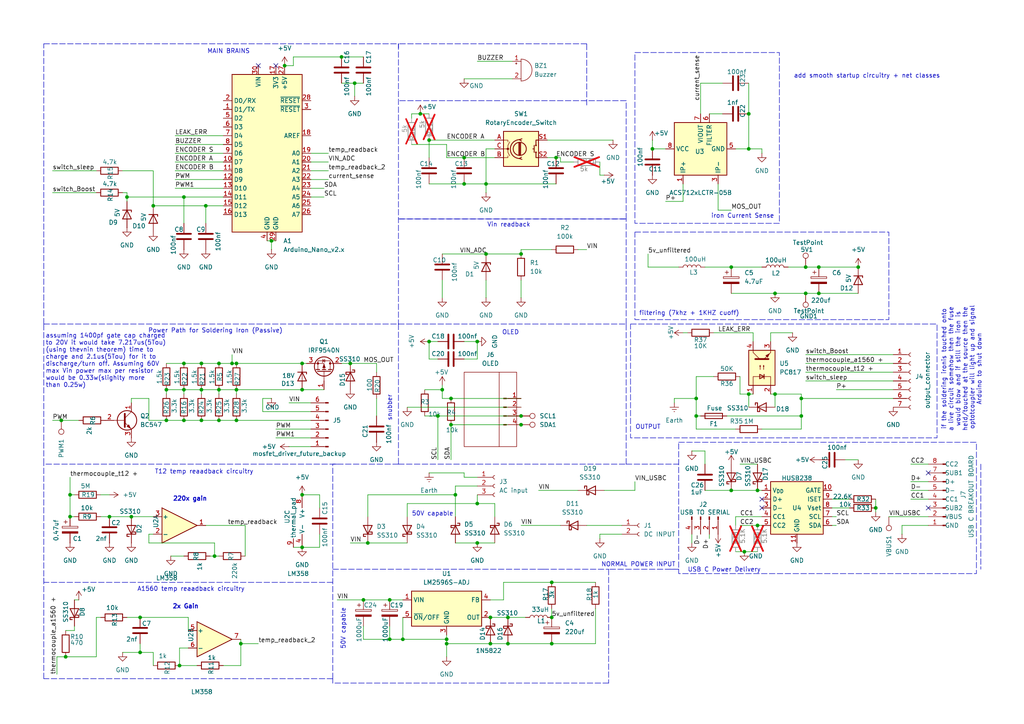
<source format=kicad_sch>
(kicad_sch (version 20250114) (generator "eeschema") (generator_version "9.0")
  (paper "A4")
  (title_block (title "DIY Soldering station kit") (date "2025-05-18") (rev "1.0") (company "TFS"))
  (rectangle (start 196.85 128.27) (end 283.21 166.37) (stroke (width 0) (type dash)))
  (rectangle (start 182.88 93.98) (end 271.78 127) (stroke (width 0) (type dash)))
  (rectangle (start 184.15 67.31) (end 257.81 92.71) (stroke (width 0) (type dash)))
  (rectangle (start 184.15 15.24) (end 226.06 64.77) (stroke (width 0) (type dash)))
  (text "220x gain" (at 55.118 144.78 0) (effects (font (size 1.27 1.27) (thickness 0.254) (bold yes))))
  (text "if the soldering ironis touched onto \na live circuit somehow then the fuse \nwould blow and if still the iron is \nheld/touched at the source then the \noptotcoupler will light up and signal\nArduino to shut down " (at 278.892 106.68 90) (effects (font (size 1.27 1.27))))
  (text "iron Current Sense" (at 215.392 62.738 0) (effects (font (size 1.27 1.27))))
  (text "Power Path for Soldering Iron (Passive)" (at 62.484 96.012 0) (effects (font (size 1.27 1.27))))
  (text "Vin readback" (at 147.574 65.278 0) (effects (font (size 1.27 1.27))))
  (text "OUTPUT" (at 187.96 123.952 0) (effects (font (size 1.27 1.27))))
  (text "T12 temp reaadback circuitry " (at 59.69 136.906 0) (effects (font (size 1.27 1.27))))
  (text "add smooth startup circuitry + net classes\n" (at 251.46 22.098 0) (effects (font (size 1.27 1.27))))
  (text "MAIN BRAINS" (at 66.294 14.986 0) (effects (font (size 1.27 1.27))))
  (text "snubber" (at 113.03 118.364 90) (effects (font (size 1.27 1.27))))
  (text "filtering (7khz + 1KHZ cuoff)\n" (at 199.898 90.932 0) (effects (font (size 1.27 1.27))))
  (text "2x Gain\n" (at 53.848 176.022 0) (effects (font (size 1.27 1.27) (thickness 0.254) (bold yes))))
  (text "50V capable" (at 125.476 149.098 0) (effects (font (size 1.27 1.27))))
  (text "NORMAL POWER INPUT" (at 185.166 163.83 0) (effects (font (size 1.27 1.27))))
  (text "A1560 temp reaadback circuitry " (at 55.88 170.942 0) (effects (font (size 1.27 1.27))))
  (text "OLED\n" (at 148.082 96.52 0) (effects (font (size 1.27 1.27))))
  (text "assuming 1400pf gate cap charged\nto 20V it would take 7.217us(5Tou)\n(using thevnin theorem) time to \ncharge and 2.1us(5Tou) for it to\ndischarge/turn off. Assuming 60V \nmax Vin power max per resistor\nwould be 0.33w(slighlty more \nthan 0.25w)" (at 13.208 104.648 0) (effects (font (size 1.27 1.27)) (justify left)))
  (text "50V capable" (at 99.568 182.372 90) (effects (font (size 1.27 1.27))))
  (text "USB C Power Delivery" (at 210.058 165.354 0) (effects (font (size 1.27 1.27))))
  (junction (at 38.1 149.86))
  (junction (at 237.49 85.09))
  (junction (at 101.6 105.41))
  (junction (at 129.54 186.69))
  (junction (at 151.13 123.19))
  (junction (at 58.42 105.41))
  (junction (at 237.49 77.47))
  (junction (at 217.17 114.3))
  (junction (at 48.26 113.03))
  (junction (at 224.79 114.3))
  (junction (at 17.78 121.92))
  (junction (at 215.9 160.02))
  (junction (at 59.69 59.69))
  (junction (at 217.17 43.18))
  (junction (at 232.41 115.57))
  (junction (at 36.83 57.15))
  (junction (at 87.63 158.75))
  (junction (at 68.58 105.41))
  (junction (at 105.41 173.99))
  (junction (at 19.05 190.5))
  (junction (at 212.09 77.47))
  (junction (at 87.63 143.51))
  (junction (at 116.84 185.42))
  (junction (at 134.62 53.34))
  (junction (at 53.34 57.15))
  (junction (at 160.02 179.07))
  (junction (at 138.43 99.06))
  (junction (at 58.42 121.92))
  (junction (at 63.5 105.41))
  (junction (at 147.32 179.07))
  (junction (at 99.06 16.51))
  (junction (at 219.71 152.4))
  (junction (at 130.81 115.57))
  (junction (at 151.13 73.66))
  (junction (at 129.54 185.42))
  (junction (at 52.07 193.04))
  (junction (at 78.74 69.85))
  (junction (at 68.58 121.92))
  (junction (at 53.34 113.03))
  (junction (at 69.85 186.69))
  (junction (at 147.32 186.69))
  (junction (at 134.62 45.72))
  (junction (at 63.5 121.92))
  (junction (at 113.03 185.42))
  (junction (at 233.68 77.47))
  (junction (at 254 147.32))
  (junction (at 160.02 168.91))
  (junction (at 40.64 189.23))
  (junction (at 142.24 179.07))
  (junction (at 201.93 115.57))
  (junction (at 62.23 161.29))
  (junction (at 138.43 157.48))
  (junction (at 87.63 113.03))
  (junction (at 140.97 53.34))
  (junction (at 53.34 105.41))
  (junction (at 58.42 113.03))
  (junction (at 233.68 85.09))
  (junction (at 68.58 113.03))
  (junction (at 102.87 24.13))
  (junction (at 20.32 149.86))
  (junction (at 132.08 143.51))
  (junction (at 124.46 99.06))
  (junction (at 127 120.65))
  (junction (at 130.81 123.19))
  (junction (at 224.79 85.09))
  (junction (at 67.31 105.41))
  (junction (at 217.17 33.02))
  (junction (at 82.55 19.05))
  (junction (at 106.68 157.48))
  (junction (at 201.93 120.65))
  (junction (at 160.02 186.69))
  (junction (at 189.23 43.18))
  (junction (at 248.92 77.47))
  (junction (at 219.71 142.24))
  (junction (at 20.32 143.51))
  (junction (at 53.34 121.92))
  (junction (at 48.26 121.92))
  (junction (at 232.41 120.65))
  (junction (at 63.5 113.03))
  (junction (at 113.03 173.99))
  (junction (at 121.92 33.02))
  (junction (at 151.13 120.65))
  (junction (at 140.97 73.66))
  (junction (at 124.46 40.64))
  (junction (at 138.43 146.05))
  (junction (at 31.75 149.86))
  (junction (at 142.24 186.69))
  (junction (at 40.64 179.07))
  (junction (at 161.29 45.72))
  (junction (at 87.63 105.41))
  (junction (at 44.45 59.69))
  (junction (at 212.09 142.24))
  (junction (at 128.27 113.03))
  (no_connect (at 80.01 19.05))
  (no_connect (at 220.98 147.32))
  (no_connect (at 269.24 147.32))
  (no_connect (at 74.93 19.05))
  (no_connect (at 269.24 137.16))
  (no_connect (at 220.98 144.78))
  (wire (pts (xy 124.46 45.72) (xy 124.46 40.64)))
  (polyline (pts (xy 12.7 196.85) (xy 12.7 134.62)) (stroke (width 0) (type dash)))
  (wire (pts (xy 134.62 137.16) (xy 124.46 137.16)))
  (wire (pts (xy 140.97 73.66) (xy 151.13 73.66)))
  (wire (pts (xy 264.16 144.78) (xy 269.24 144.78)))
  (wire (pts (xy 241.3 147.32) (xy 246.38 147.32)))
  (wire (pts (xy 129.54 184.15) (xy 129.54 185.42)))
  (polyline (pts (xy 181.61 63.5) (xy 181.61 29.21)) (stroke (width 0) (type dash)))
  (wire (pts (xy 162.56 46.99) (xy 162.56 45.72)))
  (wire (pts (xy 220.98 43.18) (xy 217.17 43.18)))
  (wire (pts (xy 210.82 120.65) (xy 232.41 120.65)))
  (wire (pts (xy 207.01 109.22) (xy 201.93 109.22)))
  (wire (pts (xy 214.63 134.62) (xy 219.71 134.62)))
  (wire (pts (xy 68.58 113.03) (xy 87.63 113.03)))
  (wire (pts (xy 204.47 134.62) (xy 204.47 130.81)))
  (wire (pts (xy 92.71 147.32) (xy 92.71 143.51)))
  (wire (pts (xy 233.68 77.47) (xy 237.49 77.47)))
  (wire (pts (xy 204.47 130.81) (xy 200.66 130.81)))
  (wire (pts (xy 54.61 187.96) (xy 52.07 187.96)))
  (polyline (pts (xy 12.7 93.98) (xy 12.7 12.7)) (stroke (width 0) (type dash)))
  (polyline (pts (xy 181.61 29.21) (xy 115.57 29.21)) (stroke (width 0) (type dash)))
  (wire (pts (xy 128.27 81.28) (xy 128.27 86.36)))
  (wire (pts (xy 77.47 69.85) (xy 78.74 69.85)))
  (wire (pts (xy 233.68 85.09) (xy 237.49 85.09)))
  (wire (pts (xy 173.99 154.94) (xy 173.99 156.21)))
  (wire (pts (xy 213.36 124.46) (xy 201.93 124.46)))
  (wire (pts (xy 128.27 73.66) (xy 140.97 73.66)))
  (wire (pts (xy 261.62 152.4) (xy 261.62 154.94)))
  (wire (pts (xy 228.6 77.47) (xy 233.68 77.47)))
  (wire (pts (xy 121.92 33.02) (xy 124.46 33.02)))
  (wire (pts (xy 19.05 182.88) (xy 21.59 182.88)))
  (wire (pts (xy 63.5 113.03) (xy 68.58 113.03)))
  (wire (pts (xy 138.43 143.51) (xy 138.43 146.05)))
  (wire (pts (xy 124.46 40.64) (xy 143.51 40.64)))
  (wire (pts (xy 36.83 179.07) (xy 40.64 179.07)))
  (wire (pts (xy 87.63 113.03) (xy 93.98 113.03)))
  (wire (pts (xy 48.26 113.03) (xy 53.34 113.03)))
  (wire (pts (xy 44.45 59.69) (xy 59.69 59.69)))
  (wire (pts (xy 123.19 113.03) (xy 128.27 113.03)))
  (wire (pts (xy 62.23 157.48) (xy 62.23 161.29)))
  (polyline (pts (xy 181.61 134.62) (xy 181.61 93.98)) (stroke (width 0) (type dash)))
  (wire (pts (xy 87.63 105.41) (xy 88.9 105.41)))
  (polyline (pts (xy 96.52 134.62) (xy 97.79 134.62)) (stroke (width 0) (type dash)))
  (wire (pts (xy 36.83 55.88) (xy 36.83 57.15)))
  (wire (pts (xy 248.92 133.35) (xy 245.11 133.35)))
  (wire (pts (xy 132.08 140.97) (xy 132.08 143.51)))
  (wire (pts (xy 220.98 44.45) (xy 220.98 43.18)))
  (wire (pts (xy 76.2 119.38) (xy 90.17 119.38)))
  (wire (pts (xy 36.83 57.15) (xy 36.83 58.42)))
  (wire (pts (xy 52.07 187.96) (xy 52.07 193.04)))
  (wire (pts (xy 43.18 157.48) (xy 62.23 157.48)))
  (wire (pts (xy 223.52 114.3) (xy 224.79 114.3)))
  (wire (pts (xy 53.34 121.92) (xy 48.26 121.92)))
  (wire (pts (xy 50.8 44.45) (xy 64.77 44.45)))
  (wire (pts (xy 20.32 138.43) (xy 20.32 143.51)))
  (wire (pts (xy 85.09 158.75) (xy 87.63 158.75)))
  (wire (pts (xy 78.74 69.85) (xy 80.01 69.85)))
  (wire (pts (xy 217.17 33.02) (xy 217.17 43.18)))
  (wire (pts (xy 138.43 157.48) (xy 143.51 157.48)))
  (wire (pts (xy 27.94 190.5) (xy 19.05 190.5)))
  (wire (pts (xy 16.51 190.5) (xy 19.05 190.5)))
  (wire (pts (xy 224.79 118.11) (xy 224.79 114.3)))
  (wire (pts (xy 223.52 96.52) (xy 223.52 99.06)))
  (wire (pts (xy 68.58 105.41) (xy 87.63 105.41)))
  (wire (pts (xy 35.56 55.88) (xy 36.83 55.88)))
  (wire (pts (xy 151.13 152.4) (xy 162.56 152.4)))
  (polyline (pts (xy 115.57 12.7) (xy 115.57 13.97)) (stroke (width 0) (type dash)))
  (wire (pts (xy 50.8 39.37) (xy 64.77 39.37)))
  (wire (pts (xy 50.8 54.61) (xy 64.77 54.61)))
  (wire (pts (xy 127 120.65) (xy 127 133.35)))
  (wire (pts (xy 15.24 55.88) (xy 27.94 55.88)))
  (wire (pts (xy 101.6 157.48) (xy 106.68 157.48)))
  (wire (pts (xy 264.16 142.24) (xy 269.24 142.24)))
  (polyline (pts (xy 96.52 168.91) (xy 12.7 168.91)) (stroke (width 0) (type dash)))
  (wire (pts (xy 17.78 121.92) (xy 22.86 121.92)))
  (wire (pts (xy 83.82 116.84) (xy 90.17 116.84)))
  (wire (pts (xy 116.84 173.99) (xy 113.03 173.99)))
  (wire (pts (xy 127 104.14) (xy 124.46 104.14)))
  (wire (pts (xy 15.24 49.53) (xy 27.94 49.53)))
  (wire (pts (xy 151.13 81.28) (xy 151.13 86.36)))
  (wire (pts (xy 129.54 186.69) (xy 129.54 190.5)))
  (wire (pts (xy 90.17 57.15) (xy 93.98 57.15)))
  (wire (pts (xy 130.81 115.57) (xy 151.13 115.57)))
  (wire (pts (xy 40.64 189.23) (xy 44.45 189.23)))
  (wire (pts (xy 44.45 49.53) (xy 44.45 59.69)))
  (wire (pts (xy 217.17 114.3) (xy 218.44 114.3)))
  (wire (pts (xy 160.02 72.39) (xy 151.13 72.39)))
  (wire (pts (xy 63.5 105.41) (xy 67.31 105.41)))
  (wire (pts (xy 160.02 176.53) (xy 160.02 179.07)))
  (wire (pts (xy 129.54 41.91) (xy 129.54 45.72)))
  (wire (pts (xy 201.93 109.22) (xy 201.93 115.57)))
  (wire (pts (xy 106.68 157.48) (xy 118.11 157.48)))
  (wire (pts (xy 38.1 149.86) (xy 44.45 149.86)))
  (wire (pts (xy 257.81 149.86) (xy 269.24 149.86)))
  (wire (pts (xy 53.34 57.15) (xy 64.77 57.15)))
  (wire (pts (xy 237.49 77.47) (xy 248.92 77.47)))
  (wire (pts (xy 198.12 53.34) (xy 198.12 58.42)))
  (polyline (pts (xy 96.52 165.1) (xy 157.48 165.1)) (stroke (width 0) (type dash)))
  (wire (pts (xy 43.18 121.92) (xy 43.18 115.57)))
  (wire (pts (xy 63.5 113.03) (xy 63.5 114.3)))
  (wire (pts (xy 217.17 24.13) (xy 217.17 33.02)))
  (wire (pts (xy 264.16 139.7) (xy 269.24 139.7)))
  (wire (pts (xy 134.62 45.72) (xy 143.51 45.72)))
  (wire (pts (xy 128.27 113.03) (xy 128.27 111.76)))
  (wire (pts (xy 138.43 99.06) (xy 134.62 99.06)))
  (wire (pts (xy 158.75 40.64) (xy 177.8 40.64)))
  (wire (pts (xy 204.47 142.24) (xy 212.09 142.24)))
  (wire (pts (xy 166.37 46.99) (xy 162.56 46.99)))
  (wire (pts (xy 130.81 123.19) (xy 130.81 133.35)))
  (wire (pts (xy 134.62 53.34) (xy 140.97 53.34)))
  (wire (pts (xy 142.24 179.07) (xy 147.32 179.07)))
  (wire (pts (xy 35.56 189.23) (xy 40.64 189.23)))
  (wire (pts (xy 69.85 186.69) (xy 69.85 185.42)))
  (wire (pts (xy 224.79 114.3) (xy 232.41 114.3)))
  (wire (pts (xy 189.23 40.64) (xy 189.23 43.18)))
  (wire (pts (xy 85.09 16.51) (xy 85.09 19.05)))
  (polyline (pts (xy 115.57 93.98) (xy 181.61 93.98)) (stroke (width 0) (type dash)))
  (wire (pts (xy 162.56 45.72) (xy 161.29 45.72)))
  (wire (pts (xy 50.8 41.91) (xy 64.77 41.91)))
  (wire (pts (xy 21.59 181.61) (xy 21.59 182.88)))
  (wire (pts (xy 69.85 186.69) (xy 74.93 186.69)))
  (wire (pts (xy 92.71 143.51) (xy 87.63 143.51)))
  (wire (pts (xy 53.34 64.77) (xy 53.34 57.15)))
  (wire (pts (xy 118.11 118.11) (xy 151.13 118.11)))
  (wire (pts (xy 132.08 143.51) (xy 132.08 149.86)))
  (wire (pts (xy 38.1 116.84) (xy 38.1 115.57)))
  (wire (pts (xy 59.69 152.4) (xy 71.12 152.4)))
  (wire (pts (xy 64.77 193.04) (xy 69.85 193.04)))
  (wire (pts (xy 50.8 46.99) (xy 64.77 46.99)))
  (wire (pts (xy 54.61 179.07) (xy 54.61 182.88)))
  (wire (pts (xy 212.09 142.24) (xy 219.71 142.24)))
  (wire (pts (xy 52.07 193.04) (xy 57.15 193.04)))
  (wire (pts (xy 20.32 149.86) (xy 21.59 149.86)))
  (wire (pts (xy 109.22 105.41) (xy 101.6 105.41)))
  (wire (pts (xy 212.09 77.47) (xy 220.98 77.47)))
  (polyline (pts (xy 170.18 30.48) (xy 170.18 12.7)) (stroke (width 0) (type dash)))
  (wire (pts (xy 229.87 96.52) (xy 223.52 96.52)))
  (wire (pts (xy 233.68 110.49) (xy 259.08 110.49)))
  (wire (pts (xy 43.18 154.94) (xy 43.18 157.48)))
  (wire (pts (xy 215.9 160.02) (xy 219.71 160.02)))
  (wire (pts (xy 119.38 41.91) (xy 129.54 41.91)))
  (wire (pts (xy 106.68 143.51) (xy 132.08 143.51)))
  (wire (pts (xy 147.32 186.69) (xy 160.02 186.69)))
  (wire (pts (xy 146.05 168.91) (xy 160.02 168.91)))
  (wire (pts (xy 151.13 72.39) (xy 151.13 73.66)))
  (wire (pts (xy 31.75 143.51) (xy 29.21 143.51)))
  (wire (pts (xy 220.98 124.46) (xy 232.41 124.46)))
  (wire (pts (xy 92.71 154.94) (xy 92.71 158.75)))
  (wire (pts (xy 161.29 45.72) (xy 158.75 45.72)))
  (wire (pts (xy 208.28 60.96) (xy 208.28 53.34)))
  (wire (pts (xy 224.79 85.09) (xy 233.68 85.09)))
  (wire (pts (xy 95.25 44.45) (xy 90.17 44.45)))
  (wire (pts (xy 217.17 43.18) (xy 213.36 43.18)))
  (wire (pts (xy 142.24 186.69) (xy 147.32 186.69)))
  (wire (pts (xy 20.32 143.51) (xy 21.59 143.51)))
  (wire (pts (xy 60.96 161.29) (xy 62.23 161.29)))
  (wire (pts (xy 62.23 161.29) (xy 63.5 161.29)))
  (polyline (pts (xy 12.7 93.98) (xy 115.57 93.98)) (stroke (width 0) (type dash)))
  (wire (pts (xy 21.59 173.99) (xy 22.86 173.99)))
  (wire (pts (xy 232.41 115.57) (xy 259.08 115.57)))
  (wire (pts (xy 204.47 77.47) (xy 212.09 77.47)))
  (polyline (pts (xy 12.7 168.91) (xy 12.7 167.64)) (stroke (width 0) (type dash)))
  (wire (pts (xy 184.15 142.24) (xy 184.15 139.7)))
  (wire (pts (xy 269.24 152.4) (xy 261.62 152.4)))
  (wire (pts (xy 173.99 50.8) (xy 173.99 46.99)))
  (wire (pts (xy 48.26 105.41) (xy 53.34 105.41)))
  (wire (pts (xy 140.97 53.34) (xy 161.29 53.34)))
  (wire (pts (xy 138.43 104.14) (xy 138.43 99.06)))
  (wire (pts (xy 36.83 57.15) (xy 53.34 57.15)))
  (wire (pts (xy 232.41 120.65) (xy 232.41 115.57)))
  (wire (pts (xy 241.3 149.86) (xy 242.57 149.86)))
  (wire (pts (xy 195.58 116.84) (xy 195.58 115.57)))
  (wire (pts (xy 35.56 49.53) (xy 44.45 49.53)))
  (wire (pts (xy 90.17 121.92) (xy 68.58 121.92)))
  (wire (pts (xy 63.5 121.92) (xy 58.42 121.92)))
  (polyline (pts (xy 284.48 134.62) (xy 284.48 165.1)) (stroke (width 0) (type dash)))
  (wire (pts (xy 214.63 152.4) (xy 219.71 152.4)))
  (wire (pts (xy 123.19 120.65) (xy 127 120.65)))
  (wire (pts (xy 143.51 146.05) (xy 143.51 149.86)))
  (wire (pts (xy 99.06 24.13) (xy 102.87 24.13)))
  (polyline (pts (xy 115.57 12.7) (xy 115.57 93.98)) (stroke (width 0) (type dash)))
  (wire (pts (xy 40.64 179.07) (xy 54.61 179.07)))
  (wire (pts (xy 109.22 107.95) (xy 109.22 105.41)))
  (wire (pts (xy 105.41 173.99) (xy 113.03 173.99)))
  (wire (pts (xy 68.58 114.3) (xy 68.58 113.03)))
  (wire (pts (xy 134.62 22.86) (xy 148.59 22.86)))
  (wire (pts (xy 147.32 179.07) (xy 152.4 179.07)))
  (wire (pts (xy 189.23 43.18) (xy 193.04 43.18)))
  (polyline (pts (xy 170.18 12.7) (xy 115.57 12.7)) (stroke (width 0) (type dash)))
  (wire (pts (xy 219.71 142.24) (xy 220.98 142.24)))
  (wire (pts (xy 156.21 142.24) (xy 167.64 142.24)))
  (wire (pts (xy 69.85 193.04) (xy 69.85 186.69)))
  (wire (pts (xy 193.04 58.42) (xy 198.12 58.42)))
  (wire (pts (xy 201.93 120.65) (xy 203.2 120.65)))
  (wire (pts (xy 170.18 152.4) (xy 180.34 152.4)))
  (wire (pts (xy 113.03 181.61) (xy 113.03 185.42)))
  (polyline (pts (xy 194.31 165.1) (xy 196.85 165.1)) (stroke (width 0) (type dash)))
  (wire (pts (xy 196.85 77.47) (xy 187.96 77.47)))
  (wire (pts (xy 254 147.32) (xy 254 148.59)))
  (wire (pts (xy 129.54 185.42) (xy 129.54 186.69)))
  (wire (pts (xy 180.34 154.94) (xy 173.99 154.94)))
  (wire (pts (xy 124.46 99.06) (xy 127 99.06)))
  (wire (pts (xy 116.84 185.42) (xy 129.54 185.42)))
  (wire (pts (xy 102.87 24.13) (xy 102.87 27.94)))
  (polyline (pts (xy 96.52 196.85) (xy 12.7 196.85)) (stroke (width 0) (type dash)))
  (wire (pts (xy 213.36 149.86) (xy 220.98 149.86)))
  (wire (pts (xy 205.74 33.02) (xy 209.55 33.02)))
  (wire (pts (xy 124.46 104.14) (xy 124.46 99.06)))
  (wire (pts (xy 40.64 186.69) (xy 40.64 189.23)))
  (wire (pts (xy 254 144.78) (xy 254 147.32)))
  (wire (pts (xy 212.09 85.09) (xy 224.79 85.09)))
  (wire (pts (xy 130.81 123.19) (xy 151.13 123.19)))
  (polyline (pts (xy 12.7 12.7) (xy 115.57 12.7)) (stroke (width 0) (type dash)))
  (wire (pts (xy 241.3 144.78) (xy 246.38 144.78)))
  (polyline (pts (xy 115.57 134.62) (xy 181.61 134.62)) (stroke (width 0) (type dash)))
  (wire (pts (xy 85.09 19.05) (xy 82.55 19.05)))
  (wire (pts (xy 264.16 134.62) (xy 269.24 134.62)))
  (wire (pts (xy 16.51 195.58) (xy 16.51 190.5)))
  (wire (pts (xy 140.97 81.28) (xy 140.97 86.36)))
  (wire (pts (xy 99.06 16.51) (xy 85.09 16.51)))
  (wire (pts (xy 219.71 152.4) (xy 220.98 152.4)))
  (wire (pts (xy 172.72 176.53) (xy 172.72 186.69)))
  (wire (pts (xy 58.42 121.92) (xy 53.34 121.92)))
  (wire (pts (xy 201.93 120.65) (xy 201.93 115.57)))
  (polyline (pts (xy 115.57 93.98) (xy 115.57 134.62)) (stroke (width 0) (type dash)))
  (wire (pts (xy 175.26 50.8) (xy 173.99 50.8)))
  (wire (pts (xy 207.01 96.52) (xy 218.44 96.52)))
  (wire (pts (xy 38.1 115.57) (xy 43.18 115.57)))
  (wire (pts (xy 128.27 115.57) (xy 128.27 113.03)))
  (wire (pts (xy 233.68 105.41) (xy 259.08 105.41)))
  (wire (pts (xy 138.43 146.05) (xy 143.51 146.05)))
  (wire (pts (xy 50.8 49.53) (xy 64.77 49.53)))
  (wire (pts (xy 90.17 54.61) (xy 93.98 54.61)))
  (wire (pts (xy 217.17 118.11) (xy 217.17 114.3)))
  (wire (pts (xy 213.36 152.4) (xy 213.36 149.86)))
  (polyline (pts (xy 96.52 198.12) (xy 96.52 196.85)) (stroke (width 0) (type dash)))
  (wire (pts (xy 53.34 113.03) (xy 53.34 114.3)))
  (wire (pts (xy 53.34 113.03) (xy 58.42 113.03)))
  (wire (pts (xy 167.64 72.39) (xy 170.18 72.39)))
  (polyline (pts (xy 12.7 134.62) (xy 12.7 93.98)) (stroke (width 0) (type dash)))
  (wire (pts (xy 90.17 52.07) (xy 95.25 52.07)))
  (wire (pts (xy 48.26 113.03) (xy 48.26 114.3)))
  (wire (pts (xy 27.94 179.07) (xy 27.94 190.5)))
  (wire (pts (xy 59.69 64.77) (xy 59.69 59.69)))
  (wire (pts (xy 58.42 113.03) (xy 58.42 114.3)))
  (wire (pts (xy 71.12 161.29) (xy 71.12 152.4)))
  (wire (pts (xy 140.97 55.88) (xy 140.97 53.34)))
  (wire (pts (xy 116.84 179.07) (xy 116.84 185.42)))
  (wire (pts (xy 80.01 127) (xy 90.17 127)))
  (wire (pts (xy 102.87 24.13) (xy 105.41 24.13)))
  (wire (pts (xy 67.31 105.41) (xy 68.58 105.41)))
  (wire (pts (xy 53.34 161.29) (xy 49.53 161.29)))
  (polyline (pts (xy 176.53 165.1) (xy 176.53 198.12)) (stroke (width 0) (type dash)))
  (wire (pts (xy 237.49 85.09) (xy 248.92 85.09)))
  (wire (pts (xy 187.96 77.47) (xy 187.96 73.66)))
  (wire (pts (xy 118.11 149.86) (xy 118.11 146.05)))
  (wire (pts (xy 213.36 160.02) (xy 215.9 160.02)))
  (polyline (pts (xy 196.85 165.1) (xy 176.53 165.1)) (stroke (width 0) (type dash)))
  (wire (pts (xy 68.58 121.92) (xy 63.5 121.92)))
  (wire (pts (xy 119.38 34.29) (xy 119.38 33.02)))
  (wire (pts (xy 201.93 124.46) (xy 201.93 120.65)))
  (wire (pts (xy 134.62 104.14) (xy 138.43 104.14)))
  (wire (pts (xy 59.69 59.69) (xy 64.77 59.69)))
  (polyline (pts (xy 181.61 63.5) (xy 115.57 63.5)) (stroke (width 0) (type dash)))
  (polyline (pts (xy 181.61 134.62) (xy 196.85 134.62)) (stroke (width 0) (type dash)))
  (wire (pts (xy 105.41 185.42) (xy 113.03 185.42)))
  (wire (pts (xy 50.8 52.07) (xy 64.77 52.07)))
  (wire (pts (xy 44.45 189.23) (xy 44.45 193.04)))
  (polyline (pts (xy 176.53 198.12) (xy 96.52 198.12)) (stroke (width 0) (type dash)))
  (wire (pts (xy 214.63 114.3) (xy 217.17 114.3)))
  (wire (pts (xy 20.32 143.51) (xy 20.32 149.86)))
  (wire (pts (xy 172.72 186.69) (xy 160.02 186.69)))
  (wire (pts (xy 113.03 185.42) (xy 116.84 185.42)))
  (wire (pts (xy 143.51 43.18) (xy 140.97 43.18)))
  (wire (pts (xy 53.34 105.41) (xy 58.42 105.41)))
  (wire (pts (xy 233.68 107.95) (xy 259.08 107.95)))
  (wire (pts (xy 99.06 105.41) (xy 101.6 105.41)))
  (wire (pts (xy 198.12 96.52) (xy 199.39 96.52)))
  (wire (pts (xy 76.2 115.57) (xy 76.2 119.38)))
  (wire (pts (xy 29.21 149.86) (xy 31.75 149.86)))
  (wire (pts (xy 78.74 115.57) (xy 76.2 115.57)))
  (wire (pts (xy 218.44 99.06) (xy 218.44 96.52)))
  (wire (pts (xy 134.62 138.43) (xy 134.62 137.16)))
  (wire (pts (xy 44.45 154.94) (xy 43.18 154.94)))
  (polyline (pts (xy 96.52 196.85) (xy 96.52 134.62)) (stroke (width 0) (type dash)))
  (wire (pts (xy 118.11 146.05) (xy 138.43 146.05)))
  (wire (pts (xy 124.46 53.34) (xy 134.62 53.34)))
  (wire (pts (xy 233.68 102.87) (xy 259.08 102.87)))
  (wire (pts (xy 160.02 168.91) (xy 172.72 168.91)))
  (wire (pts (xy 48.26 121.92) (xy 43.18 121.92)))
  (wire (pts (xy 142.24 173.99) (xy 146.05 173.99)))
  (wire (pts (xy 203.2 24.13) (xy 203.2 33.02)))
  (polyline (pts (xy 181.61 93.98) (xy 181.61 63.5)) (stroke (width 0) (type dash)))
  (wire (pts (xy 97.79 173.99) (xy 105.41 173.99)))
  (wire (pts (xy 241.3 152.4) (xy 242.57 152.4)))
  (wire (pts (xy 212.09 60.96) (xy 208.28 60.96)))
  (wire (pts (xy 209.55 24.13) (xy 203.2 24.13)))
  (wire (pts (xy 29.21 179.07) (xy 27.94 179.07)))
  (polyline (pts (xy 115.57 63.5) (xy 181.61 63.5)) (stroke (width 0) (type dash)))
  (wire (pts (xy 138.43 17.78) (xy 148.59 17.78)))
  (wire (pts (xy 105.41 181.61) (xy 105.41 185.42)))
  (polyline (pts (xy 115.57 134.62) (xy 12.7 134.62)) (stroke (width 0) (type dash)))
  (wire (pts (xy 119.38 33.02) (xy 121.92 33.02)))
  (wire (pts (xy 130.81 115.57) (xy 128.27 115.57)))
  (wire (pts (xy 106.68 149.86) (xy 106.68 143.51)))
  (wire (pts (xy 92.71 158.75) (xy 87.63 158.75)))
  (wire (pts (xy 67.31 102.87) (xy 67.31 105.41)))
  (wire (pts (xy 242.57 113.03) (xy 259.08 113.03)))
  (wire (pts (xy 127 120.65) (xy 151.13 120.65)))
  (wire (pts (xy 195.58 115.57) (xy 201.93 115.57)))
  (wire (pts (xy 78.74 72.39) (xy 78.74 69.85)))
  (wire (pts (xy 142.24 186.69) (xy 129.54 186.69)))
  (wire (pts (xy 129.54 45.72) (xy 134.62 45.72)))
  (wire (pts (xy 232.41 114.3) (xy 232.41 115.57)))
  (wire (pts (xy 146.05 173.99) (xy 146.05 168.91)))
  (wire (pts (xy 99.06 16.51) (xy 105.41 16.51)))
  (wire (pts (xy 132.08 157.48) (xy 138.43 157.48)))
  (wire (pts (xy 58.42 105.41) (xy 63.5 105.41)))
  (wire (pts (xy 15.24 121.92) (xy 17.78 121.92)))
  (wire (pts (xy 95.25 49.53) (xy 90.17 49.53)))
  (wire (pts (xy 232.41 124.46) (xy 232.41 120.65)))
  (wire (pts (xy 200.66 157.48) (xy 200.66 154.94)))
  (wire (pts (xy 83.82 129.54) (xy 90.17 129.54)))
  (wire (pts (xy 109.22 115.57) (xy 109.22 120.65)))
  (wire (pts (xy 205.74 154.94) (xy 205.74 156.21)))
  (wire (pts (xy 80.01 124.46) (xy 90.17 124.46)))
  (wire (pts (xy 31.75 149.86) (xy 38.1 149.86)))
  (wire (pts (xy 140.97 43.18) (xy 140.97 53.34)))
  (polyline (pts (xy 157.48 165.1) (xy 176.53 165.1)) (stroke (width 0) (type dash)))
  (wire (pts (xy 58.42 113.03) (xy 63.5 113.03)))
  (wire (pts (xy 95.25 46.99) (xy 90.17 46.99)))
  (wire (pts (xy 138.43 138.43) (xy 134.62 138.43)))
  (wire (pts (xy 214.63 109.22) (xy 214.63 114.3)))
  (wire (pts (xy 175.26 142.24) (xy 184.15 142.24)))
  (wire (pts (xy 138.43 140.97) (xy 132.08 140.97)))
  (label "thermocouple_a1560 +" (at 16.51 195.58 90))
  (label "LEAK_ERR" (at 50.8 39.37 0))
  (label "thermocouple_a1560 +" (at 233.68 105.41 0))
  (label "CC1" (at 264.16 144.78 0))
  (label "SDA" (at 130.81 133.35 90))
  (label "VIN_ADC" (at 133.35 73.66 0))
  (label "VIN_USBC" (at 184.15 139.7 0))
  (label "PWM1" (at 80.01 127 0))
  (label "P+" (at 193.04 58.42 0))
  (label "SCL" (at 127 133.35 90))
  (label "switch_Boost" (at 233.68 102.87 0))
  (label "D+" (at 264.16 139.7 0))
  (label "switch_Boost" (at 15.24 55.88 0))
  (label "CC2" (at 214.63 152.4 0))
  (label "ENCODER B" (at 50.8 49.53 0))
  (label "VIN_ADC" (at 95.25 46.99 0))
  (label "ENCODER A" (at 129.54 40.64 0))
  (label "PWM1" (at 50.8 54.61 0))
  (label "VIN_USBC" (at 214.63 134.62 0))
  (label "PWM" (at 80.01 124.46 0))
  (label "switch_sleep" (at 233.68 110.49 0))
  (label "ENCODER S" (at 161.29 45.72 0))
  (label "CC2" (at 264.16 134.62 0))
  (label "SCL" (at 242.57 149.86 0))
  (label "P+" (at 242.57 113.03 0))
  (label "ENCODER B" (at 129.54 45.72 0))
  (label "temp_readback_2" (at 74.93 186.69 0))
  (label "PWM" (at 15.24 121.92 0))
  (label "VIN_USBC" (at 257.81 149.86 0))
  (label "temp_readback" (at 66.04 152.4 0))
  (label "MOS_OUT" (at 105.41 105.41 0))
  (label "D+" (at 205.74 156.21 270))
  (label "5v_unfiltered" (at 187.96 73.66 0))
  (label "SCL" (at 93.98 57.15 0))
  (label "VIN" (at 170.18 72.39 0))
  (label "SDA" (at 93.98 54.61 0))
  (label "PWM" (at 50.8 52.07 0))
  (label "current_sense" (at 203.2 29.21 90))
  (label "5v_unfiltered" (at 160.02 179.07 0))
  (label "VIN" (at 156.21 142.24 0))
  (label "VIN" (at 97.79 173.99 0))
  (label "thermocouple_t12 +" (at 20.32 138.43 0))
  (label "temp_readback" (at 95.25 44.45 0))
  (label "temp_readback_2" (at 95.25 49.53 0))
  (label "ENCODER A" (at 50.8 46.99 0))
  (label "CC1" (at 214.63 149.86 0))
  (label "VIN" (at 151.13 152.4 0))
  (label "SDA" (at 242.57 152.4 0))
  (label "current_sense" (at 95.25 52.07 0))
  (label "BUZZER" (at 138.43 17.78 0))
  (label "ENCODER S" (at 50.8 44.45 0))
  (label "thermocouple_t12 +" (at 233.68 107.95 0))
  (label "VIN" (at 83.82 116.84 0))
  (label "MOS_OUT" (at 212.09 60.96 0))
  (label "VIN" (at 101.6 157.48 0))
  (label "switch_sleep" (at 15.24 49.53 0))
  (label "D-" (at 203.2 154.94 270))
  (label "D-" (at 264.16 142.24 0))
  (label "LEAK_ERR" (at 208.28 96.52 0))
  (label "VIN" (at 67.31 102.87 0))
  (label "BUZZER" (at 50.8 41.91 0))
  (symbol (lib_id "Device:R") (at 31.75 55.88 90) (unit 1)
    (property "Reference" "R14" (at 32.004 54.61 0) (effects (justify right)))
    (property "Value" "4.7k" (at 29.718 53.34 90) (effects (justify right)))
    (property "Footprint" "Resistor_SMD:R_1206_3216Metric_Pad1.30x1.75mm_HandSolder" (effects (hide yes)))
    (property "Description" "Resistor" (effects (hide yes)))
  )
  (symbol (lib_id "Device:D_Zener") (at 248.92 81.28 270) (unit 1)
    (property "Reference" "D12" (at 243.586 83.566 90) (effects (justify left)))
    (property "Value" "5V" (at 246.126 79.502 0) (effects (justify left)))
    (property "Footprint" "Diode_THT:D_A-405_P10.16mm_Horizontal" (effects (hide yes)))
    (property "Description" "Zener diode" (effects (hide yes)))
  )
  (symbol (lib_id "power:+5V") (at 124.46 99.06 90) (unit 1)
    (property "Reference" "#PWR036" (effects (hide yes)))
    (property "Value" "+5V" (at 119.38 99.06 0))
    (property "Description" "Power symbol creates a global label with name \"+5V\"" (effects (hide yes)))
  )
  (symbol (lib_id "Diode:SS310") (at 147.32 182.88 270) (unit 1)
    (property "Reference" "D16" (at 145.034 181.864 0) (effects (justify left)))
    (property "Value" "SS310" (at 144.018 177.8 90) (effects (justify left)))
    (property "Footprint" "Diode_SMD:D_SMA" (effects (hide yes)))
    (property "Datasheet" "https://www.microdiode.com/uploadfiles//PDF/SS32-THRU-SS3200-SMA.pdf" (effects (hide yes)))
    (property "Description" "100V 3A Schottky Diode, SMA" (effects (hide yes)))
  )
  (symbol (lib_id "Device:Fuse") (at 207.01 120.65 90) (unit 1)
    (property "Reference" "F1" (at 207.01 122.936 90))
    (property "Value" "Fuse" (at 207.264 118.364 90))
    (property "Footprint" "Fuse:Fuse_1206_3216Metric_Pad1.42x1.75mm_HandSolder" (effects (hide yes)))
    (property "Description" "Fuse" (effects (hide yes)))
  )
  (symbol (lib_id "Diode:SS310") (at 106.68 153.67 90) (unit 1)
    (property "Reference" "D3" (at 109.22 152.7174 90) (effects (justify right)))
    (property "Value" "SS310" (at 109.22 155.2574 90) (effects (justify right)))
    (property "Footprint" "Diode_SMD:D_SMA" (effects (hide yes)))
    (property "Datasheet" "https://www.microdiode.com/uploadfiles//PDF/SS32-THRU-SS3200-SMA.pdf" (effects (hide yes)))
    (property "Description" "100V 3A Schottky Diode, SMA" (effects (hide yes)))
  )
  (symbol (lib_id "Device:R") (at 31.75 49.53 90) (unit 1)
    (property "Reference" "R15" (at 32.004 48.26 0) (effects (justify right)))
    (property "Value" "4.7k" (at 29.718 46.99 90) (effects (justify right)))
    (property "Footprint" "Resistor_SMD:R_1206_3216Metric_Pad1.30x1.75mm_HandSolder" (effects (hide yes)))
    (property "Description" "Resistor" (effects (hide yes)))
  )
  (symbol (lib_id "power:GND") (at 231.14 157.48 0) (unit 1)
    (property "Reference" "#PWR048" (effects (hide yes)))
    (property "Value" "GND" (at 231.14 162.56 0))
    (property "Description" "Power symbol creates a global label with name \"GND\" , ground" (effects (hide yes)))
  )
  (symbol (lib_id "Device:R") (at 219.71 156.21 180) (unit 1) (dnp yes)
    (property "Reference" "R34" (at 219.71 157.988 90) (effects (justify right)))
    (property "Value" "5.1K" (at 221.742 157.734 90) (effects (justify right)))
    (property "Footprint" "Resistor_SMD:R_1206_3216Metric_Pad1.30x1.75mm_HandSolder" (effects (hide yes)))
    (property "Description" "Resistor" (effects (hide yes)))
  )
  (symbol (lib_id "power:+5V") (at 128.27 111.76 0) (unit 1)
    (property "Reference" "#PWR09" (effects (hide yes)))
    (property "Value" "+5V" (at 128.016 107.95 0))
    (property "Description" "Power symbol creates a global label with name \"+5V\"" (effects (hide yes)))
  )
  (symbol (lib_id "Device:R") (at 163.83 72.39 270) (unit 1)
    (property "Reference" "R2" (at 163.83 66.04 90))
    (property "Value" "100k" (at 163.83 68.58 90))
    (property "Footprint" "Resistor_SMD:R_1206_3216Metric_Pad1.30x1.75mm_HandSolder" (effects (hide yes)))
    (property "Description" "Resistor" (effects (hide yes)))
  )
  (symbol (lib_id "power:+5V") (at 83.82 129.54 90) (unit 1)
    (property "Reference" "#PWR033" (effects (hide yes)))
    (property "Value" "+5V" (at 80.01 129.5399 90) (effects (justify left)))
    (property "Description" "Power symbol creates a global label with name \"+5V\"" (effects (hide yes)))
  )
  (symbol (lib_id "Device:R") (at 170.18 46.99 90) (unit 1) (dnp yes)
    (property "Reference" "R31" (at 168.91 46.736 90) (effects (justify right)))
    (property "Value" "5k" (at 168.148 49.022 90) (effects (justify right)))
    (property "Footprint" "Resistor_SMD:R_1206_3216Metric_Pad1.30x1.75mm_HandSolder" (effects (hide yes)))
    (property "Description" "Resistor" (effects (hide yes)))
  )
  (symbol (lib_id "power:GND") (at 35.56 189.23 0) (unit 1)
    (property "Reference" "#PWR019" (effects (hide yes)))
    (property "Value" "GND" (at 35.56 194.31 0))
    (property "Description" "Power symbol creates a global label with name \"GND\" , ground" (effects (hide yes)))
  )
  (symbol (lib_id "Sensor_Current:ACS712xLCTR-05B") (at 203.2 43.18 90) (unit 1)
    (property "Reference" "U3" (at 202.946 43.942 90))
    (property "Value" "ACS712xLCTR-05B" (at 203.2 55.88 90))
    (property "Footprint" "Package_SO:SOIC-8_3.9x4.9mm_P1.27mm" (effects (hide yes)))
    (property "Datasheet" "http://www.allegromicro.com/~/media/Files/Datasheets/ACS712-Datasheet.ashx?la=en" (effects (hide yes)))
    (property "Description" "±5A Bidirectional Hall-Effect Current Sensor, +5.0V supply, 185mV/A, SOIC-8" (effects (hide yes)))
  )
  (symbol (lib_id "power:GND") (at 59.69 72.39 0) (unit 1)
    (property "Reference" "#PWR030" (effects (hide yes)))
    (property "Value" "GND" (at 59.69 77.47 0))
    (property "Description" "Power symbol creates a global label with name \"GND\" , ground" (effects (hide yes)))
  )
  (symbol (lib_id "Device:C") (at 31.75 153.67 0) (unit 1)
    (property "Reference" "C2" (at 32.258 151.638 0) (effects (justify left)))
    (property "Value" "2nf" (at 27.686 156.21 0) (effects (justify left)))
    (property "Footprint" "Capacitor_SMD:C_0603_1608Metric_Pad1.08x0.95mm_HandSolder" (effects (hide yes)))
    (property "Description" "Unpolarized capacitor" (effects (hide yes)))
  )
  (symbol (lib_name "LM358_2") (lib_id "Amplifier_Operational:LM358") (at 90.17 151.13 0) (unit 3)
    (property "Reference" "U2" (at 83.312 151.892 90) (effects (justify left)))
    (property "Value" "LM358" (at 83.312 166.37 0) (effects (justify left)))
    (property "Footprint" "Package_SO:SOIC-8-1EP_3.9x4.9mm_P1.27mm_EP2.29x3mm_ThermalVias" (effects (hide yes)))
    (property "Datasheet" "http://www.ti.com/lit/ds/symlink/lm2904-n.pdf" (effects (hide yes)))
    (property "Description" "Low-Power, Dual Operational Amplifiers, DIP-8/SOIC-8/TO-99-8" (effects (hide yes)))
  )
  (symbol (lib_id "power:GND") (at 20.32 157.48 0) (unit 1)
    (property "Reference" "#PWR016" (effects (hide yes)))
    (property "Value" "GND" (at 20.32 162.56 0))
    (property "Description" "Power symbol creates a global label with name \"GND\" , ground" (effects (hide yes)))
  )
  (symbol (lib_id "Device:C") (at 213.36 33.02 270) (unit 1)
    (property "Reference" "C22" (at 215.392 30.226 0) (effects (justify left)))
    (property "Value" "1nf" (at 210.82 29.718 90) (effects (justify left)))
    (property "Footprint" "Capacitor_SMD:C_0603_1608Metric_Pad1.08x0.95mm_HandSolder" (effects (hide yes)))
    (property "Description" "Unpolarized capacitor" (effects (hide yes)))
  )
  (symbol (lib_id "Device:R") (at 151.13 77.47 180) (unit 1)
    (property "Reference" "R1" (at 153.67 76.1999 0) (effects (justify right)))
    (property "Value" "10k" (at 153.67 78.7399 0) (effects (justify right)))
    (property "Footprint" "Resistor_SMD:R_1206_3216Metric_Pad1.30x1.75mm_HandSolder" (effects (hide yes)))
    (property "Description" "Resistor" (effects (hide yes)))
  )
  (symbol (lib_id "power:GND") (at 78.74 115.57 0) (unit 1)
    (property "Reference" "#PWR032" (effects (hide yes)))
    (property "Value" "GND" (at 78.994 118.11 0))
    (property "Description" "Power symbol creates a global label with name \"GND\" , ground" (effects (hide yes)))
  )
  (symbol (lib_id "Device:C_Polarized") (at 20.32 153.67 0) (unit 1)
    (property "Reference" "C1" (at 21.082 156.21 0) (effects (justify left)))
    (property "Value" "0.47uf" (at 16.256 156.972 90) (effects (justify left)))
    (property "Footprint" "Capacitor_SMD:C_0805_2012Metric_Pad1.18x1.45mm_HandSolder" (effects (hide yes)))
    (property "Description" "Polarized capacitor" (effects (hide yes)))
  )
  (symbol (lib_id "power:GND") (at 138.43 157.48 0) (unit 1)
    (property "Reference" "#PWR020" (effects (hide yes)))
    (property "Value" "GND" (at 138.43 162.56 0))
    (property "Description" "Power symbol creates a global label with name \"GND\" , ground" (effects (hide yes)))
  )
  (symbol (lib_id "Device:C") (at 105.41 20.32 0) (unit 1)
    (property "Reference" "C17" (at 106.934 18.542 90) (effects (justify left)))
    (property "Value" "100nf" (at 106.934 27.94 90) (effects (justify left)))
    (property "Footprint" "Capacitor_SMD:C_0603_1608Metric_Pad1.08x0.95mm_HandSolder" (effects (hide yes)))
    (property "Description" "Unpolarized capacitor" (effects (hide yes)))
  )
  (symbol (lib_id "Diode:SS310") (at 101.6 109.22 270) (unit 1)
    (property "Reference" "D15" (at 99.314 108.204 0) (effects (justify left)))
    (property "Value" "SS310" (at 98.298 104.14 90) (effects (justify left)))
    (property "Footprint" "Diode_SMD:D_SMA" (effects (hide yes)))
    (property "Datasheet" "https://www.microdiode.com/uploadfiles//PDF/SS32-THRU-SS3200-SMA.pdf" (effects (hide yes)))
    (property "Description" "100V 3A Schottky Diode, SMA" (effects (hide yes)))
  )
  (symbol (lib_id "Device:R") (at 250.19 144.78 90) (unit 1)
    (property "Reference" "R32" (at 248.412 144.78 90) (effects (justify right)))
    (property "Value" "22.6K" (at 241.554 144.018 90) (effects (justify right)))
    (property "Footprint" "Resistor_SMD:R_1206_3216Metric_Pad1.30x1.75mm_HandSolder" (effects (hide yes)))
    (property "Description" "Resistor" (effects (hide yes)))
  )
  (symbol (lib_id "Device:R") (at 58.42 109.22 0) (unit 1)
    (property "Reference" "R21" (at 58.674 107.95 90) (effects (justify right)))
    (property "Value" "1.5k" (at 56.388 107.188 90) (effects (justify right)))
    (property "Footprint" "Resistor_SMD:R_1206_3216Metric_Pad1.30x1.75mm_HandSolder" (effects (hide yes)))
    (property "Description" "Resistor" (effects (hide yes)))
  )
  (symbol (lib_id "Connector:TestPoint") (at 17.78 121.92 180) (unit 1)
    (property "Reference" "PWM1" (at 17.78 127.254 90) (effects (justify left)))
    (property "Value" "TestPoint" (effects (hide yes)))
    (property "Footprint" "TestPoint:TestPoint_Pad_D1.0mm" (effects (hide yes)))
    (property "Description" "test point" (effects (hide yes)))
  )
  (symbol (lib_id "power:+5V") (at 31.75 143.51 270) (unit 1)
    (property "Reference" "#PWR038" (effects (hide yes)))
    (property "Value" "+5V" (at 35.56 143.5099 90) (effects (justify left)))
    (property "Description" "Power symbol creates a global label with name \"+5V\"" (effects (hide yes)))
  )
  (symbol (lib_id "Connector:TestPoint") (at 257.81 149.86 180) (unit 1)
    (property "Reference" "VBUS1" (at 257.81 155.194 90) (effects (justify left)))
    (property "Value" "TestPoint" (effects (hide yes)))
    (property "Footprint" "TestPoint:TestPoint_Pad_D1.0mm" (effects (hide yes)))
    (property "Description" "test point" (effects (hide yes)))
  )
  (symbol (lib_id "Device:R") (at 210.82 109.22 270) (unit 1)
    (property "Reference" "R36" (at 210.82 111.252 90))
    (property "Value" "50K" (at 210.82 106.934 90))
    (property "Footprint" "Resistor_SMD:R_1206_3216Metric_Pad1.30x1.75mm_HandSolder" (effects (hide yes)))
    (property "Description" "Resistor" (effects (hide yes)))
  )
  (symbol (lib_id "power:GND") (at 49.53 161.29 0) (mirror y) (unit 1)
    (property "Reference" "#PWR015" (effects (hide yes)))
    (property "Value" "GND" (at 49.53 166.37 0))
    (property "Description" "Power symbol creates a global label with name \"GND\" , ground" (effects (hide yes)))
  )
  (symbol (lib_id "Diode:SS310") (at 166.37 152.4 0) (unit 1)
    (property "Reference" "D11" (at 166.0525 146.05 0))
    (property "Value" "SS310" (at 166.0525 148.59 0))
    (property "Footprint" "Diode_SMD:D_SMA" (effects (hide yes)))
    (property "Datasheet" "https://www.microdiode.com/uploadfiles//PDF/SS32-THRU-SS3200-SMA.pdf" (effects (hide yes)))
    (property "Description" "100V 3A Schottky Diode, SMA" (effects (hide yes)))
  )
  (symbol (lib_id "Diode:SS310") (at 21.59 177.8 90) (unit 1)
    (property "Reference" "D8" (at 23.876 178.816 0) (effects (justify left)))
    (property "Value" "SS310" (at 19.05 180.594 0) (effects (justify left)))
    (property "Footprint" "Diode_SMD:D_SMA" (effects (hide yes)))
    (property "Datasheet" "https://www.microdiode.com/uploadfiles//PDF/SS32-THRU-SS3200-SMA.pdf" (effects (hide yes)))
    (property "Description" "100V 3A Schottky Diode, SMA" (effects (hide yes)))
  )
  (symbol (lib_id "power:GND") (at 224.79 85.09 0) (unit 1)
    (property "Reference" "#PWR023" (effects (hide yes)))
    (property "Value" "GND" (at 224.79 90.17 0))
    (property "Description" "Power symbol creates a global label with name \"GND\" , ground" (effects (hide yes)))
  )
  (symbol (lib_id "Diode:SS310") (at 38.1 153.67 90) (unit 1)
    (property "Reference" "D2" (at 40.386 154.686 0) (effects (justify left)))
    (property "Value" "SS310" (at 40.894 148.336 90) (effects (justify left)))
    (property "Footprint" "Diode_SMD:D_SMA" (effects (hide yes)))
    (property "Datasheet" "https://www.microdiode.com/uploadfiles//PDF/SS32-THRU-SS3200-SMA.pdf" (effects (hide yes)))
    (property "Description" "100V 3A Schottky Diode, SMA" (effects (hide yes)))
  )
  (symbol (lib_id "power:GND") (at 177.8 40.64 0) (unit 1)
    (property "Reference" "#PWR04" (effects (hide yes)))
    (property "Value" "GND" (at 177.8 45.72 0))
    (property "Description" "Power symbol creates a global label with name \"GND\" , ground" (effects (hide yes)))
  )
  (symbol (lib_id "Device:R") (at 60.96 193.04 90) (unit 1)
    (property "Reference" "R11" (at 61.214 191.77 0) (effects (justify right)))
    (property "Value" "1k" (at 60.198 190.754 90) (effects (justify right)))
    (property "Footprint" "Resistor_SMD:R_1206_3216Metric_Pad1.30x1.75mm_HandSolder" (effects (hide yes)))
    (property "Description" "Resistor" (effects (hide yes)))
  )
  (symbol (lib_id "Device:C") (at 109.22 124.46 0) (unit 1)
    (property "Reference" "C21" (at 105.918 127 90) (effects (justify left)))
    (property "Value" "100nf" (at 112.776 128.778 90) (effects (justify left)))
    (property "Footprint" "Capacitor_SMD:C_0603_1608Metric_Pad1.08x0.95mm_HandSolder" (effects (hide yes)))
    (property "Description" "Unpolarized capacitor" (effects (hide yes)))
  )
  (symbol (lib_id "Device:R") (at 250.19 147.32 90) (unit 1)
    (property "Reference" "R33" (at 248.412 147.32 90) (effects (justify right)))
    (property "Value" "10k" (at 243.332 146.304 90) (effects (justify right)))
    (property "Footprint" "Resistor_SMD:R_1206_3216Metric_Pad1.30x1.75mm_HandSolder" (effects (hide yes)))
    (property "Description" "Resistor" (effects (hide yes)))
  )
  (symbol (lib_id "Device:C_Polarized") (at 113.03 177.8 0) (unit 1)
    (property "Reference" "C19" (at 115.062 175.514 0))
    (property "Value" "1000uF" (at 111.76 182.626 90))
    (property "Footprint" "Capacitor_THT:CP_Radial_D16.0mm_P7.50mm" (effects (hide yes)))
    (property "Description" "Polarized capacitor" (effects (hide yes)))
  )
  (symbol (lib_id "Diode:1N5822") (at 142.24 182.88 270) (unit 1)
    (property "Reference" "D14" (at 139.954 181.864 0) (effects (justify left)))
    (property "Value" "1N5822" (at 137.922 188.722 90) (effects (justify left)))
    (property "Footprint" "Diode_THT:D_A-405_P10.16mm_Horizontal" (effects (hide yes)))
    (property "Datasheet" "http://www.vishay.com/docs/88526/1n5820.pdf" (effects (hide yes)))
    (property "Description" "40V 3A Schottky Barrier Rectifier Diode, DO-201AD" (effects (hide yes)))
  )
  (symbol (lib_id "power:GND") (at 254 148.59 0) (unit 1)
    (property "Reference" "#PWR052" (effects (hide yes)))
    (property "Value" "GND" (at 254 153.67 0))
    (property "Description" "Power symbol creates a global label with name \"GND\" , ground" (effects (hide yes)))
  )
  (symbol (lib_id "Device:L") (at 224.79 77.47 90) (unit 1)
    (property "Reference" "L2" (at 225.044 79.248 90))
    (property "Value" "100uH" (at 225.044 75.438 90))
    (property "Footprint" "Inductor_THT:L_Radial_D7.5mm_P3.50mm_Fastron_07P" (effects (hide yes)))
    (property "Description" "Inductor" (effects (hide yes)))
  )
  (symbol (lib_id "Device:R") (at 123.19 116.84 180) (unit 1)
    (property "Reference" "R3" (at 121.92 116.586 0) (effects (justify right)))
    (property "Value" "10k" (at 124.206 120.142 0) (effects (justify right)))
    (property "Footprint" "Resistor_SMD:R_1206_3216Metric_Pad1.30x1.75mm_HandSolder" (effects (hide yes)))
    (property "Description" "Resistor" (effects (hide yes)))
  )
  (symbol (lib_id "power:+5V") (at 189.23 40.64 0) (unit 1)
    (property "Reference" "#PWR042" (effects (hide yes)))
    (property "Value" "+5V" (at 191.77 38.608 0))
    (property "Description" "Power symbol creates a global label with name \"+5V\"" (effects (hide yes)))
  )
  (symbol (lib_id "power:GND") (at 101.6 113.03 0) (unit 1)
    (property "Reference" "#PWR034" (effects (hide yes)))
    (property "Value" "GND" (at 101.6 118.11 0))
    (property "Description" "Power symbol creates a global label with name \"GND\" , ground" (effects (hide yes)))
  )
  (symbol (lib_id "Device:R") (at 53.34 118.11 180) (unit 1)
    (property "Reference" "R16" (at 53.34 120.142 90) (effects (justify right)))
    (property "Value" "3.3k" (at 55.626 119.888 90) (effects (justify right)))
    (property "Footprint" "Resistor_SMD:R_1206_3216Metric_Pad1.30x1.75mm_HandSolder" (effects (hide yes)))
    (property "Description" "Resistor" (effects (hide yes)))
  )
  (symbol (lib_id "Device:C") (at 128.27 77.47 0) (unit 1)
    (property "Reference" "C10" (at 125.476 75.438 0) (effects (justify left)))
    (property "Value" "100nf" (at 131.826 81.788 90) (effects (justify left)))
    (property "Footprint" "Capacitor_SMD:C_0603_1608Metric_Pad1.08x0.95mm_HandSolder" (effects (hide yes)))
    (property "Description" "Unpolarized capacitor" (effects (hide yes)))
  )
  (symbol (lib_id "Device:R") (at 25.4 149.86 90) (unit 1)
    (property "Reference" "R9" (at 23.876 149.86 90) (effects (justify right)))
    (property "Value" "10k" (at 23.368 147.32 90) (effects (justify right)))
    (property "Footprint" "Resistor_SMD:R_1206_3216Metric_Pad1.30x1.75mm_HandSolder" (effects (hide yes)))
    (property "Description" "Resistor" (effects (hide yes)))
  )
  (symbol (lib_id "Device:C") (at 213.36 24.13 270) (unit 1)
    (property "Reference" "C23" (at 215.392 21.336 0) (effects (justify left)))
    (property "Value" "100nf" (at 210.82 20.828 90) (effects (justify left)))
    (property "Footprint" "Capacitor_SMD:C_0603_1608Metric_Pad1.08x0.95mm_HandSolder" (effects (hide yes)))
    (property "Description" "Unpolarized capacitor" (effects (hide yes)))
  )
  (symbol (lib_id "power:+5V") (at 87.63 143.51 0) (unit 1)
    (property "Reference" "#PWR012" (effects (hide yes)))
    (property "Value" "+5V" (at 87.63 138.43 0))
    (property "Description" "Power symbol creates a global label with name \"+5V\"" (effects (hide yes)))
  )
  (symbol (lib_id "power:+5V") (at 212.09 134.62 0) (unit 1)
    (property "Reference" "#PWR049" (effects (hide yes)))
    (property "Value" "+5V" (at 212.09 131.064 0))
    (property "Description" "Power symbol creates a global label with name \"+5V\"" (effects (hide yes)))
  )
  (symbol (lib_id "Device:C") (at 189.23 46.99 180) (unit 1)
    (property "Reference" "C11" (at 192.024 49.022 0) (effects (justify left)))
    (property "Value" "100nf" (at 185.674 42.672 90) (effects (justify left)))
    (property "Footprint" "Capacitor_SMD:C_0603_1608Metric_Pad1.08x0.95mm_HandSolder" (effects (hide yes)))
    (property "Description" "Unpolarized capacitor" (effects (hide yes)))
  )
  (symbol (lib_id "Device:D_Zener") (at 44.45 63.5 270) (unit 1)
    (property "Reference" "D10" (at 38.354 65.532 90) (effects (justify left)))
    (property "Value" "5V" (at 41.656 61.722 0) (effects (justify left)))
    (property "Footprint" "Diode_THT:D_A-405_P10.16mm_Horizontal" (effects (hide yes)))
    (property "Description" "Zener diode" (effects (hide yes)))
  )
  (symbol (lib_id "power:GND") (at 102.87 27.94 0) (unit 1)
    (property "Reference" "#PWR035" (effects (hide yes)))
    (property "Value" "GND" (at 102.87 33.02 0))
    (property "Description" "Power symbol creates a global label with name \"GND\" , ground" (effects (hide yes)))
  )
  (symbol (lib_id "power:GND") (at 173.99 156.21 0) (unit 1)
    (property "Reference" "#PWR08" (effects (hide yes)))
    (property "Value" "GND" (at 173.99 161.29 0))
    (property "Description" "Power symbol creates a global label with name \"GND\" , ground" (effects (hide yes)))
  )
  (symbol (lib_id "power:GND") (at 129.54 190.5 0) (unit 1)
    (property "Reference" "#PWR021" (effects (hide yes)))
    (property "Value" "GND" (at 129.54 195.58 0))
    (property "Description" "Power symbol creates a global label with name \"GND\" , ground" (effects (hide yes)))
  )
  (symbol (lib_id "Device:C_Polarized") (at 237.49 81.28 0) (unit 1)
    (property "Reference" "C6" (at 241.3 79.1209 0) (effects (justify left)))
    (property "Value" "220uf" (at 235.204 87.122 0) (effects (justify left)))
    (property "Footprint" "Capacitor_THT:CP_Radial_D8.0mm_P3.80mm" (effects (hide yes)))
    (property "Description" "Polarized capacitor" (effects (hide yes)))
  )
  (symbol (lib_id "power:+5V") (at 237.49 133.35 90) (unit 1)
    (property "Reference" "#PWR050" (effects (hide yes)))
    (property "Value" "+5V" (at 232.664 133.35 90))
    (property "Description" "Power symbol creates a global label with name \"+5V\"" (effects (hide yes)))
  )
  (symbol (lib_id "power:+5V") (at 248.92 77.47 0) (unit 1)
    (property "Reference" "#PWR022" (effects (hide yes)))
    (property "Value" "+5V" (at 248.92 72.39 0))
    (property "Description" "Power symbol creates a global label with name \"+5V\"" (effects (hide yes)))
  )
  (symbol (lib_id "Device:R") (at 68.58 118.11 180) (unit 1)
    (property "Reference" "R28" (at 68.58 120.142 90) (effects (justify right)))
    (property "Value" "3.3k" (at 70.866 119.888 90) (effects (justify right)))
    (property "Footprint" "Resistor_SMD:R_1206_3216Metric_Pad1.30x1.75mm_HandSolder" (effects (hide yes)))
    (property "Description" "Resistor" (effects (hide yes)))
  )
  (symbol (lib_id "Device:R") (at 172.72 172.72 0) (unit 1)
    (property "Reference" "R18" (at 170.942 170.434 90) (effects (justify right)))
    (property "Value" "1k" (at 172.72 171.196 90) (effects (justify right)))
    (property "Footprint" "Resistor_SMD:R_1206_3216Metric_Pad1.30x1.75mm_HandSolder" (effects (hide yes)))
    (property "Description" "Resistor" (effects (hide yes)))
  )
  (symbol (lib_id "power:GND") (at 87.63 158.75 0) (unit 1)
    (property "Reference" "#PWR013" (effects (hide yes)))
    (property "Value" "GND" (at 87.63 163.83 0))
    (property "Description" "Power symbol creates a global label with name \"GND\" , ground" (effects (hide yes)))
  )
  (symbol (lib_id "power:GND") (at 128.27 86.36 0) (unit 1)
    (property "Reference" "#PWR031" (effects (hide yes)))
    (property "Value" "GND" (at 128.27 91.44 0))
    (property "Description" "Power symbol creates a global label with name \"GND\" , ground" (effects (hide yes)))
  )
  (symbol (lib_id "Device:C") (at 130.81 104.14 90) (unit 1)
    (property "Reference" "C20" (at 129.032 102.616 90) (effects (justify left)))
    (property "Value" "100nf" (at 138.43 102.616 90) (effects (justify left)))
    (property "Footprint" "Capacitor_SMD:C_0603_1608Metric_Pad1.08x0.95mm_HandSolder" (effects (hide yes)))
    (property "Description" "Unpolarized capacitor" (effects (hide yes)))
  )
  (symbol (lib_id "Diode:SS310") (at 220.98 118.11 0) (unit 1)
    (property "Reference" "D18" (at 225.044 118.618 0) (effects (justify left)))
    (property "Value" "SS310" (at 210.82 118.364 0) (effects (justify left)))
    (property "Footprint" "Diode_SMD:D_SMA" (effects (hide yes)))
    (property "Datasheet" "https://www.microdiode.com/uploadfiles//PDF/SS32-THRU-SS3200-SMA.pdf" (effects (hide yes)))
    (property "Description" "100V 3A Schottky Diode, SMA" (effects (hide yes)))
  )
  (symbol (lib_id "Connector:Conn_01x02_Socket") (at 185.42 152.4 0) (unit 1)
    (property "Reference" "J1" (at 186.69 152.3999 0) (effects (justify left)))
    (property "Value" "DC INPUT" (at 186.69 154.9399 0) (effects (justify left)))
    (property "Footprint" "Connector_AMASS:AMASS_XT60-F_1x02_P7.20mm_Vertical" (effects (hide yes)))
    (property "Description" "Generic connector, single row, 01x02, script generated" (effects (hide yes)))
  )
  (symbol (lib_id "Transistor_BJT:BC547") (at 35.56 121.92 0) (unit 1)
    (property "Reference" "Q2" (at 40.64 120.6499 0) (effects (justify left)))
    (property "Value" "BC547" (at 40.64 123.1899 0) (effects (justify left)))
    (property "Footprint" "Package_TO_SOT_THT:TO-92_Inline" (effects (hide yes)))
    (property "Datasheet" "https://www.onsemi.com/pub/Collateral/BC550-D.pdf" (effects (hide yes)))
    (property "Description" "0.1A Ic, 45V Vce, Small Signal NPN Transistor, TO-92" (effects (hide yes)))
  )
  (symbol (lib_id "Diode:SS310") (at 143.51 153.67 270) (unit 1)
    (property "Reference" "D6" (at 146.05 152.0824 90) (effects (justify left)))
    (property "Value" "SS310" (at 146.05 154.6224 90) (effects (justify left)))
    (property "Footprint" "Diode_SMD:D_SMA" (effects (hide yes)))
    (property "Datasheet" "https://www.microdiode.com/uploadfiles//PDF/SS32-THRU-SS3200-SMA.pdf" (effects (hide yes)))
    (property "Description" "100V 3A Schottky Diode, SMA" (effects (hide yes)))
  )
  (symbol (lib_id "power:GND") (at 248.92 133.35 0) (unit 1)
    (property "Reference" "#PWR051" (effects (hide yes)))
    (property "Value" "GND" (at 248.92 138.43 0))
    (property "Description" "Power symbol creates a global label with name \"GND\" , ground" (effects (hide yes)))
  )
  (symbol (lib_id "Device:R") (at 48.26 118.11 180) (unit 1)
    (property "Reference" "R26" (at 48.26 120.142 90) (effects (justify right)))
    (property "Value" "3.3k" (at 50.546 119.888 90) (effects (justify right)))
    (property "Footprint" "Resistor_SMD:R_1206_3216Metric_Pad1.30x1.75mm_HandSolder" (effects (hide yes)))
    (property "Description" "Resistor" (effects (hide yes)))
  )
  (symbol (lib_id "Connector:Conn_01x06_Pin") (at 95.25 124.46 180) (unit 1)
    (property "Reference" "J5" (at 96.52 121.9199 0) (effects (justify right)))
    (property "Value" "mosfet_driver_future_backup" (at 73.152 131.572 0) (effects (justify right)))
    (property "Footprint" "Connector_PinHeader_2.54mm:PinHeader_1x06_P2.54mm_Vertical" (effects (hide yes)))
    (property "Description" "Generic connector, single row, 01x06, script generated" (effects (hide yes)))
  )
  (symbol (lib_id "power:GND") (at 78.74 72.39 0) (unit 1)
    (property "Reference" "#PWR02" (effects (hide yes)))
    (property "Value" "GND" (at 78.74 77.47 0))
    (property "Description" "Power symbol creates a global label with name \"GND\" , ground" (effects (hide yes)))
  )
  (symbol (lib_id "Connector:Conn_01x08_Pin") (at 274.32 144.78 180) (unit 1)
    (property "Reference" "J7" (at 279.4 143.51 90))
    (property "Value" "USB C BREAKOUT BOARD" (at 281.686 144.018 90))
    (property "Footprint" "Connector_PinHeader_2.54mm:PinHeader_1x08_P2.54mm_Vertical" (effects (hide yes)))
    (property "Description" "Generic connector, single row, 01x08, script generated" (effects (hide yes)))
  )
  (symbol (lib_id "Device:Buzzer") (at 151.13 20.32 0) (unit 1)
    (property "Reference" "BZ1" (at 154.94 19.0499 0) (effects (justify left)))
    (property "Value" "Buzzer" (at 154.94 21.5899 0) (effects (justify left)))
    (property "Footprint" "Buzzer_Beeper:Buzzer_12x9.5RM7.6" (effects (hide yes)))
    (property "Description" "Buzzer, polarized" (effects (hide yes)))
  )
  (symbol (lib_id "Device:C") (at 204.47 138.43 180) (unit 1)
    (property "Reference" "C26" (at 204.216 140.716 0) (effects (justify left)))
    (property "Value" "1uF" (at 203.962 142.748 0) (effects (justify left)))
    (property "Footprint" "Capacitor_SMD:C_0603_1608Metric_Pad1.08x0.95mm_HandSolder" (effects (hide yes)))
    (property "Description" "Unpolarized capacitor" (effects (hide yes)))
  )
  (symbol (lib_id "power:GND") (at 215.9 160.02 0) (unit 1)
    (property "Reference" "#PWR056" (effects (hide yes)))
    (property "Value" "GND" (at 219.202 161.29 0))
    (property "Description" "Power symbol creates a global label with name \"GND\" , ground" (effects (hide yes)))
  )
  (symbol (lib_id "Device:L") (at 156.21 179.07 90) (unit 1)
    (property "Reference" "L1" (at 156.972 180.086 90))
    (property "Value" "33uH" (at 156.718 176.784 90))
    (property "Footprint" "Inductor_SMD:L_12x12mm_H6mm" (effects (hide yes)))
    (property "Description" "Inductor" (effects (hide yes)))
  )
  (symbol (lib_id "Device:R") (at 57.15 161.29 270) (mirror x) (unit 1)
    (property "Reference" "R8" (at 56.896 160.02 0) (effects (justify right)))
    (property "Value" "1k" (at 57.912 163.068 0) (effects (justify right)))
    (property "Footprint" "Resistor_SMD:R_1206_3216Metric_Pad1.30x1.75mm_HandSolder" (effects (hide yes)))
    (property "Description" "Resistor" (effects (hide yes)))
  )
  (symbol (lib_id "Device:C") (at 130.81 99.06 90) (unit 1)
    (property "Reference" "C18" (at 129.032 97.536 90) (effects (justify left)))
    (property "Value" "100nf" (at 138.43 97.536 90) (effects (justify left)))
    (property "Footprint" "Capacitor_SMD:C_0603_1608Metric_Pad1.08x0.95mm_HandSolder" (effects (hide yes)))
    (property "Description" "Unpolarized capacitor" (effects (hide yes)))
  )
  (symbol (lib_id "power:GND") (at 38.1 157.48 0) (unit 1)
    (property "Reference" "#PWR018" (effects (hide yes)))
    (property "Value" "GND" (at 38.1 162.56 0))
    (property "Description" "Power symbol creates a global label with name \"GND\" , ground" (effects (hide yes)))
  )
  (symbol (lib_id "power:Earth") (at 195.58 116.84 0) (unit 1)
    (property "Reference" "#PWR025" (effects (hide yes)))
    (property "Value" "Earth" (at 195.58 121.92 0))
    (property "Description" "Power symbol creates a global label with name \"Earth\"" (effects (hide yes)))
  )
  (symbol (lib_id "power:GND") (at 229.87 96.52 0) (unit 1)
    (property "Reference" "#PWR054" (effects (hide yes)))
    (property "Value" "GND" (at 229.87 101.6 0))
    (property "Description" "Power symbol creates a global label with name \"GND\" , ground" (effects (hide yes)))
  )
  (symbol (lib_id "Device:R") (at 68.58 109.22 0) (unit 1)
    (property "Reference" "R27" (at 68.834 107.95 90) (effects (justify right)))
    (property "Value" "1.5k" (at 66.548 107.188 90) (effects (justify right)))
    (property "Footprint" "Resistor_SMD:R_1206_3216Metric_Pad1.30x1.75mm_HandSolder" (effects (hide yes)))
    (property "Description" "Resistor" (effects (hide yes)))
  )
  (symbol (lib_id "Device:R") (at 58.42 118.11 180) (unit 1)
    (property "Reference" "R24" (at 58.42 120.142 90) (effects (justify right)))
    (property "Value" "3.3k" (at 60.706 119.888 90) (effects (justify right)))
    (property "Footprint" "Resistor_SMD:R_1206_3216Metric_Pad1.30x1.75mm_HandSolder" (effects (hide yes)))
    (property "Description" "Resistor" (effects (hide yes)))
  )
  (symbol (lib_id "Device:R") (at 53.34 109.22 0) (unit 1)
    (property "Reference" "R22" (at 53.594 107.95 90) (effects (justify right)))
    (property "Value" "1.5k" (at 51.308 107.188 90) (effects (justify right)))
    (property "Footprint" "Resistor_SMD:R_1206_3216Metric_Pad1.30x1.75mm_HandSolder" (effects (hide yes)))
    (property "Description" "Resistor" (effects (hide yes)))
  )
  (symbol (lib_id "Device:R") (at 119.38 38.1 0) (unit 1) (dnp yes)
    (property "Reference" "R30" (at 119.634 36.83 90) (effects (justify right)))
    (property "Value" "5k" (at 117.348 36.068 90) (effects (justify right)))
    (property "Footprint" "Resistor_SMD:R_1206_3216Metric_Pad1.30x1.75mm_HandSolder" (effects (hide yes)))
    (property "Description" "Resistor" (effects (hide yes)))
  )
  (symbol (lib_id "power:GND") (at 140.97 86.36 0) (unit 1)
    (property "Reference" "#PWR05" (effects (hide yes)))
    (property "Value" "GND" (at 140.97 91.44 0))
    (property "Description" "Power symbol creates a global label with name \"GND\" , ground" (effects (hide yes)))
  )
  (symbol (lib_id "Connector:TestPoint") (at 233.68 77.47 0) (unit 1)
    (property "Reference" "5V1" (at 232.156 72.39 0) (effects (justify left)))
    (property "Value" "TestPoint" (at 229.87 70.358 0) (effects (justify left)))
    (property "Footprint" "TestPoint:TestPoint_Pad_D1.0mm" (effects (hide yes)))
    (property "Description" "test point" (effects (hide yes)))
  )
  (symbol (lib_id "power:+5V") (at 198.12 96.52 90) (unit 1)
    (property "Reference" "#PWR055" (effects (hide yes)))
    (property "Value" "+5V" (at 194.564 96.52 0))
    (property "Description" "Power symbol creates a global label with name \"+5V\"" (effects (hide yes)))
  )
  (symbol (lib_id "Device:C") (at 241.3 133.35 90) (unit 1)
    (property "Reference" "C25" (at 239.268 136.144 0) (effects (justify left)))
    (property "Value" "100nf" (at 245.618 129.794 90) (effects (justify left)))
    (property "Footprint" "Capacitor_SMD:C_0603_1608Metric_Pad1.08x0.95mm_HandSolder" (effects (hide yes)))
    (property "Description" "Unpolarized capacitor" (effects (hide yes)))
  )
  (symbol (lib_id "Device:R") (at 63.5 109.22 0) (unit 1)
    (property "Reference" "R5" (at 63.754 107.95 90) (effects (justify right)))
    (property "Value" "1.5k" (at 61.468 107.188 90) (effects (justify right)))
    (property "Footprint" "Resistor_SMD:R_1206_3216Metric_Pad1.30x1.75mm_HandSolder" (effects (hide yes)))
    (property "Description" "Resistor" (effects (hide yes)))
  )
  (symbol (lib_id "power:GND") (at 189.23 50.8 0) (unit 1)
    (property "Reference" "#PWR044" (effects (hide yes)))
    (property "Value" "GND" (at 189.23 55.88 0))
    (property "Description" "Power symbol creates a global label with name \"GND\" , ground" (effects (hide yes)))
  )
  (symbol (lib_id "Device:R") (at 33.02 179.07 90) (unit 1)
    (property "Reference" "R13" (at 33.274 177.8 0) (effects (justify right)))
    (property "Value" "10k" (at 30.734 176.276 90) (effects (justify right)))
    (property "Footprint" "Resistor_SMD:R_1206_3216Metric_Pad1.30x1.75mm_HandSolder" (effects (hide yes)))
    (property "Description" "Resistor" (effects (hide yes)))
  )
  (symbol (lib_id "Isolator:PC817") (at 220.98 106.68 90) (unit 1)
    (property "Reference" "U5" (at 226.06 105.4099 90) (effects (justify right)))
    (property "Value" "PC817" (at 226.06 107.9499 90) (effects (justify right)))
    (property "Footprint" "Package_DIP:DIP-4_W7.62mm" (effects (hide yes)))
    (property "Datasheet" "http://www.soselectronic.cz/a_info/resource/d/pc817.pdf" (effects (hide yes)))
    (property "Description" "DC Optocoupler, Vce 35V, CTR 50-300%, DIP-4" (effects (hide yes)))
  )
  (symbol (lib_id "Diode:SS310") (at 212.09 138.43 90) (unit 1)
    (property "Reference" "D7" (at 214.376 139.446 0) (effects (justify left)))
    (property "Value" "SS310" (at 209.296 141.224 0) (effects (justify left)))
    (property "Footprint" "Diode_SMD:D_SMA" (effects (hide yes)))
    (property "Datasheet" "https://www.microdiode.com/uploadfiles//PDF/SS32-THRU-SS3200-SMA.pdf" (effects (hide yes)))
    (property "Description" "100V 3A Schottky Diode, SMA" (effects (hide yes)))
  )
  (symbol (lib_id "Device:C") (at 134.62 49.53 0) (unit 1)
    (property "Reference" "C13" (at 131.826 47.498 0) (effects (justify left)))
    (property "Value" "100nf" (at 131.572 54.864 90) (effects (justify left)))
    (property "Footprint" "Capacitor_SMD:C_0603_1608Metric_Pad1.08x0.95mm_HandSolder" (effects (hide yes)))
    (property "Description" "Unpolarized capacitor" (effects (hide yes)))
  )
  (symbol (lib_id "power:GND") (at 44.45 67.31 0) (unit 1)
    (property "Reference" "#PWR027" (effects (hide yes)))
    (property "Value" "GND" (at 44.45 72.39 0))
    (property "Description" "Power symbol creates a global label with name \"GND\" , ground" (effects (hide yes)))
  )
  (symbol (lib_id "power:GND") (at 109.22 128.27 0) (unit 1)
    (property "Reference" "#PWR039" (effects (hide yes)))
    (property "Value" "GND" (at 109.22 133.35 0))
    (property "Description" "Power symbol creates a global label with name \"GND\" , ground" (effects (hide yes)))
  )
  (symbol (lib_id "power:GND") (at 151.13 86.36 0) (unit 1)
    (property "Reference" "#PWR06" (effects (hide yes)))
    (property "Value" "GND" (at 151.13 91.44 0))
    (property "Description" "Power symbol creates a global label with name \"GND\" , ground" (effects (hide yes)))
  )
  (symbol (lib_id "Diode:SS310") (at 171.45 142.24 0) (unit 1)
    (property "Reference" "D19" (at 171.1325 135.89 0))
    (property "Value" "SS310" (at 171.1325 138.43 0))
    (property "Footprint" "Diode_SMD:D_SMA" (effects (hide yes)))
    (property "Datasheet" "https://www.microdiode.com/uploadfiles//PDF/SS32-THRU-SS3200-SMA.pdf" (effects (hide yes)))
    (property "Description" "100V 3A Schottky Diode, SMA" (effects (hide yes)))
  )
  (symbol (lib_id "power:GND") (at 118.11 118.11 0) (unit 1)
    (property "Reference" "#PWR010" (effects (hide yes)))
    (property "Value" "GND" (at 118.11 123.19 0))
    (property "Description" "Power symbol creates a global label with name \"GND\" , ground" (effects (hide yes)))
  )
  (symbol (lib_id "power:+5V") (at 121.92 33.02 0) (unit 1)
    (property "Reference" "#PWR040" (effects (hide yes)))
    (property "Value" "+5V" (at 124.46 30.988 0))
    (property "Description" "Power symbol creates a global label with name \"+5V\"" (effects (hide yes)))
  )
  (symbol (lib_id "Device:R") (at 109.22 111.76 0) (unit 1)
    (property "Reference" "R20" (at 109.474 109.982 90) (effects (justify right)))
    (property "Value" "100" (at 107.188 109.728 90) (effects (justify right)))
    (property "Footprint" "Resistor_SMD:R_1206_3216Metric_Pad1.30x1.75mm_HandSolder" (effects (hide yes)))
    (property "Description" "Resistor" (effects (hide yes)))
  )
  (symbol (lib_id "Device:R") (at 213.36 156.21 180) (unit 1) (dnp yes)
    (property "Reference" "R38" (at 213.36 157.988 90) (effects (justify right)))
    (property "Value" "5.1K" (at 215.392 157.734 90) (effects (justify right)))
    (property "Footprint" "Resistor_SMD:R_1206_3216Metric_Pad1.30x1.75mm_HandSolder" (effects (hide yes)))
    (property "Description" "Resistor" (effects (hide yes)))
  )
  (symbol (lib_id "power:GND") (at 261.62 154.94 0) (unit 1)
    (property "Reference" "#PWR047" (effects (hide yes)))
    (property "Value" "GND" (at 261.62 160.02 0))
    (property "Description" "Power symbol creates a global label with name \"GND\" , ground" (effects (hide yes)))
  )
  (symbol (lib_id "Connector:Conn_01x04_Pin") (at 146.05 118.11 0) (unit 1)
    (property "Reference" "J6" (at 142.24 102.87 0))
    (property "Value" "OLED" (at 142.24 105.41 0))
    (property "Footprint" "Connector_PinHeader_2.54mm:PinHeader_1x04_P2.54mm_Vertical" (effects (hide yes)))
    (property "Description" "Generic connector, single row, 01x04, script generated" (effects (hide yes)))
  )
  (symbol (lib_id "Connector:TestPoint") (at 233.68 85.09 180) (unit 1)
    (property "Reference" "GND1" (at 231.902 91.694 0) (effects (justify right)))
    (property "Value" "TestPoint" (at 230.124 90.17 0) (effects (justify right)))
    (property "Footprint" "TestPoint:TestPoint_Pad_D1.0mm" (effects (hide yes)))
    (property "Description" "test point" (effects (hide yes)))
  )
  (symbol (lib_id "Device:R") (at 19.05 186.69 180) (unit 1)
    (property "Reference" "R10" (at 20.32 184.658 0) (effects (justify right)))
    (property "Value" "470" (at 20.32 186.436 0) (effects (justify right)))
    (property "Footprint" "Resistor_SMD:R_1206_3216Metric_Pad1.30x1.75mm_HandSolder" (effects (hide yes)))
    (property "Description" "Resistor" (effects (hide yes)))
  )
  (symbol (lib_id "Device:R") (at 124.46 36.83 0) (unit 1) (dnp yes)
    (property "Reference" "R29" (at 124.714 35.56 90) (effects (justify right)))
    (property "Value" "5k" (at 122.428 34.798 90) (effects (justify right)))
    (property "Footprint" "Resistor_SMD:R_1206_3216Metric_Pad1.30x1.75mm_HandSolder" (effects (hide yes)))
    (property "Description" "Resistor" (effects (hide yes)))
  )
  (symbol (lib_id "Device:C_Polarized") (at 160.02 182.88 0) (unit 1)
    (property "Reference" "C4" (at 163.83 180.7209 0) (effects (justify left)))
    (property "Value" "220uf" (at 163.83 183.2609 0) (effects (justify left)))
    (property "Footprint" "Capacitor_THT:CP_Radial_D8.0mm_P3.80mm" (effects (hide yes)))
    (property "Description" "Polarized capacitor" (effects (hide yes)))
  )
  (symbol (lib_id "Device:C_Polarized") (at 105.41 177.8 0) (unit 1)
    (property "Reference" "C24" (at 107.442 175.514 0))
    (property "Value" "1000uF" (at 104.14 182.626 90))
    (property "Footprint" "Capacitor_THT:CP_Radial_D16.0mm_P7.50mm" (effects (hide yes)))
    (property "Description" "Polarized capacitor" (effects (hide yes)))
  )
  (symbol (lib_id "Device:R") (at 48.26 193.04 90) (unit 1)
    (property "Reference" "R12" (at 48.514 191.77 0) (effects (justify right)))
    (property "Value" "1k" (at 45.974 190.246 90) (effects (justify right)))
    (property "Footprint" "Resistor_SMD:R_1206_3216Metric_Pad1.30x1.75mm_HandSolder" (effects (hide yes)))
    (property "Description" "Resistor" (effects (hide yes)))
  )
  (symbol (lib_id "Device:C") (at 161.29 49.53 0) (unit 1)
    (property "Reference" "C12" (at 158.496 47.498 0) (effects (justify left)))
    (property "Value" "100nf" (at 158.242 54.864 90) (effects (justify left)))
    (property "Footprint" "Capacitor_SMD:C_0603_1608Metric_Pad1.08x0.95mm_HandSolder" (effects (hide yes)))
    (property "Description" "Unpolarized capacitor" (effects (hide yes)))
  )
  (symbol (lib_id "Device:C") (at 92.71 151.13 0) (unit 1)
    (property "Reference" "C15" (at 94.234 149.352 90) (effects (justify left)))
    (property "Value" "100nf" (at 94.234 158.75 90) (effects (justify left)))
    (property "Footprint" "Capacitor_SMD:C_0603_1608Metric_Pad1.08x0.95mm_HandSolder" (effects (hide yes)))
    (property "Description" "Unpolarized capacitor" (effects (hide yes)))
  )
  (symbol (lib_id "Device:C") (at 59.69 68.58 0) (unit 1)
    (property "Reference" "C9" (at 56.896 66.548 0) (effects (justify left)))
    (property "Value" "100nf" (at 63.246 72.898 90) (effects (justify left)))
    (property "Footprint" "Capacitor_SMD:C_0603_1608Metric_Pad1.08x0.95mm_HandSolder" (effects (hide yes)))
    (property "Description" "Unpolarized capacitor" (effects (hide yes)))
  )
  (symbol (lib_id "Device:R") (at 26.67 121.92 90) (unit 1)
    (property "Reference" "R6" (at 26.924 120.65 0) (effects (justify right)))
    (property "Value" "2k" (at 25.908 123.698 0) (effects (justify right)))
    (property "Footprint" "Resistor_SMD:R_1206_3216Metric_Pad1.30x1.75mm_HandSolder" (effects (hide yes)))
    (property "Description" "Resistor" (effects (hide yes)))
  )
  (symbol (lib_id "MCU_Module:Arduino_Nano_v2.x") (at 77.47 44.45 0) (unit 1)
    (property "Reference" "A1" (at 82.1533 69.85 0) (effects (justify left)))
    (property "Value" "Arduino_Nano_v2.x" (at 82.1533 72.39 0) (effects (justify left)))
    (property "Footprint" "Module:Arduino_Nano" (effects (hide yes)))
    (property "Datasheet" "https://www.arduino.cc/en/uploads/Main/ArduinoNanoManual23.pdf" (effects (hide yes)))
    (property "Description" "Arduino Nano v2.x" (effects (hide yes)))
  )
  (symbol (lib_id "Device:D_Zener") (at 36.83 62.23 270) (unit 1)
    (property "Reference" "D9" (at 31.496 64.516 90) (effects (justify left)))
    (property "Value" "5V" (at 34.036 60.452 0) (effects (justify left)))
    (property "Footprint" "Diode_THT:D_A-405_P10.16mm_Horizontal" (effects (hide yes)))
    (property "Description" "Zener diode" (effects (hide yes)))
  )
  (symbol (lib_name "LM358_1") (lib_id "Amplifier_Operational:LM358") (at 52.07 152.4 0) (unit 1)
    (property "Reference" "U2" (at 45.212 153.162 90) (effects (justify left)))
    (property "Value" "LM358" (at 45.212 167.64 0) (effects (justify left)))
    (property "Footprint" "Package_SO:SOIC-8-1EP_3.9x4.9mm_P1.27mm_EP2.29x3mm_ThermalVias" (effects (hide yes)))
    (property "Datasheet" "http://www.ti.com/lit/ds/symlink/lm2904-n.pdf" (effects (hide yes)))
    (property "Description" "Low-Power, Dual Operational Amplifiers, DIP-8/SOIC-8/TO-99-8" (effects (hide yes)))
  )
  (symbol (lib_id "power:GND") (at 140.97 55.88 0) (mirror y) (unit 1)
    (property "Reference" "#PWR03" (effects (hide yes)))
    (property "Value" "GND" (at 140.97 60.96 0))
    (property "Description" "Power symbol creates a global label with name \"GND\" , ground" (effects (hide yes)))
  )
  (symbol (lib_id "Connector:Conn_01x07_Socket") (at 264.16 110.49 0) (unit 1)
    (property "Reference" "J4" (at 265.43 109.2199 0) (effects (justify left)))
    (property "Value" "output_connector" (at 268.986 118.618 90) (effects (justify left)))
    (property "Footprint" "Library:aviaion_connector" (effects (hide yes)))
    (property "Description" "Generic connector, single row, 01x07, script generated" (effects (hide yes)))
  )
  (symbol (lib_id "Device:L") (at 200.66 77.47 90) (unit 1)
    (property "Reference" "L3" (at 201.168 78.994 90))
    (property "Value" "100uH" (at 201.676 75.184 90))
    (property "Footprint" "Inductor_THT:L_Radial_D7.5mm_P3.50mm_Fastron_07P" (effects (hide yes)))
    (property "Description" "Inductor" (effects (hide yes)))
  )
  (symbol (lib_id "Connector:TestPoint") (at 151.13 120.65 270) (unit 1)
    (property "Reference" "SCL1" (at 156.464 120.65 90) (effects (justify left)))
    (property "Value" "TestPoint" (effects (hide yes)))
    (property "Footprint" "TestPoint:TestPoint_Pad_D1.0mm" (effects (hide yes)))
    (property "Description" "test point" (effects (hide yes)))
  )
  (symbol (lib_id "Device:D_Zener") (at 87.63 109.22 270) (unit 1)
    (property "Reference" "D13" (at 81.534 111.252 90) (effects (justify left)))
    (property "Value" "18V" (at 81.788 108.966 90) (effects (justify left)))
    (property "Footprint" "Diode_THT:D_A-405_P2.54mm_Vertical_KathodeUp" (effects (hide yes)))
    (property "Description" "Zener diode" (effects (hide yes)))
  )
  (symbol (lib_id "Amplifier_Operational:LM358") (at 62.23 185.42 0) (unit 2)
    (property "Reference" "U2" (at 55.372 186.182 90) (effects (justify left)))
    (property "Value" "LM358" (at 55.372 200.66 0) (effects (justify left)))
    (property "Footprint" "Package_SO:SOIC-8-1EP_3.9x4.9mm_P1.27mm_EP2.29x3mm_ThermalVias" (effects (hide yes)))
    (property "Datasheet" "http://www.ti.com/lit/ds/symlink/lm2904-n.pdf" (effects (hide yes)))
    (property "Description" "Low-Power, Dual Operational Amplifiers, DIP-8/SOIC-8/TO-99-8" (effects (hide yes)))
  )
  (symbol (lib_id "Connector:TestPoint") (at 151.13 123.19 270) (unit 1)
    (property "Reference" "SDA1" (at 156.464 123.19 90) (effects (justify left)))
    (property "Value" "TestPoint" (effects (hide yes)))
    (property "Footprint" "TestPoint:TestPoint_Pad_D1.0mm" (effects (hide yes)))
    (property "Description" "test point" (effects (hide yes)))
  )
  (symbol (lib_id "Device:R") (at 130.81 119.38 180) (unit 1)
    (property "Reference" "R4" (at 129.54 119.634 0) (effects (justify right)))
    (property "Value" "10k" (at 129.286 124.714 0) (effects (justify right)))
    (property "Footprint" "Resistor_SMD:R_1206_3216Metric_Pad1.30x1.75mm_HandSolder" (effects (hide yes)))
    (property "Description" "Resistor" (effects (hide yes)))
  )
  (symbol (lib_id "Connector:Conn_01x03_Socket") (at 143.51 140.97 0) (unit 1)
    (property "Reference" "J3" (at 144.78 139.6999 0) (effects (justify left)))
    (property "Value" "AC input" (at 144.78 142.2399 0) (effects (justify left)))
    (property "Footprint" "Library:BY-G4" (effects (hide yes)))
    (property "Description" "Generic connector, single row, 01x03, script generated" (effects (hide yes)))
  )
  (symbol (lib_id "power:+5V") (at 208.28 154.94 180) (unit 1)
    (property "Reference" "#PWR046" (effects (hide yes)))
    (property "Value" "+5V" (at 208.28 159.766 90))
    (property "Description" "Power symbol creates a global label with name \"+5V\"" (effects (hide yes)))
  )
  (symbol (lib_id "power:GND") (at 31.75 157.48 0) (unit 1)
    (property "Reference" "#PWR017" (effects (hide yes)))
    (property "Value" "GND" (at 31.75 162.56 0))
    (property "Description" "Power symbol creates a global label with name \"GND\" , ground" (effects (hide yes)))
  )
  (symbol (lib_id "power:GND") (at 200.66 157.48 0) (unit 1)
    (property "Reference" "#PWR045" (effects (hide yes)))
    (property "Value" "GND" (at 200.66 162.56 0))
    (property "Description" "Power symbol creates a global label with name \"GND\" , ground" (effects (hide yes)))
  )
  (symbol (lib_id "Device:D_Zener") (at 140.97 77.47 270) (unit 1)
    (property "Reference" "D1" (at 134.874 79.502 90) (effects (justify left)))
    (property "Value" "5V" (at 138.176 75.692 0) (effects (justify left)))
    (property "Footprint" "Diode_THT:D_A-405_P10.16mm_Horizontal" (effects (hide yes)))
    (property "Description" "Zener diode" (effects (hide yes)))
  )
  (symbol (lib_id "power:GND") (at 220.98 44.45 0) (unit 1)
    (property "Reference" "#PWR043" (effects (hide yes)))
    (property "Value" "GND" (at 220.98 49.53 0))
    (property "Description" "Power symbol creates a global label with name \"GND\" , ground" (effects (hide yes)))
  )
  (symbol (lib_id "power:+5V") (at 22.86 173.99 0) (unit 1)
    (property "Reference" "#PWR014" (effects (hide yes)))
    (property "Value" "+5V" (at 25.654 170.942 0))
    (property "Description" "Power symbol creates a global label with name \"+5V\"" (effects (hide yes)))
  )
  (symbol (lib_id "power:GND") (at 134.62 22.86 0) (unit 1)
    (property "Reference" "#PWR07" (effects (hide yes)))
    (property "Value" "GND" (at 138.176 24.892 0))
    (property "Description" "Power symbol creates a global label with name \"GND\" , ground" (effects (hide yes)))
  )
  (symbol (lib_id "Device:R") (at 67.31 161.29 270) (mirror x) (unit 1)
    (property "Reference" "R7" (at 67.056 160.02 0) (effects (justify right)))
    (property "Value" "220k" (at 68.072 163.068 0) (effects (justify right)))
    (property "Footprint" "Resistor_SMD:R_1206_3216Metric_Pad1.30x1.75mm_HandSolder" (effects (hide yes)))
    (property "Description" "Resistor" (effects (hide yes)))
  )
  (symbol (lib_id "Device:R") (at 25.4 143.51 90) (unit 1)
    (property "Reference" "R19" (at 23.622 143.51 90) (effects (justify right)))
    (property "Value" "5M" (at 23.368 140.97 90) (effects (justify right)))
    (property "Footprint" "Resistor_SMD:R_1206_3216Metric_Pad1.30x1.75mm_HandSolder" (effects (hide yes)))
    (property "Description" "Resistor" (effects (hide yes)))
  )
  (symbol (lib_id "power:GND") (at 138.43 99.06 90) (unit 1)
    (property "Reference" "#PWR037" (effects (hide yes)))
    (property "Value" "GND" (at 143.51 99.06 0))
    (property "Description" "Power symbol creates a global label with name \"GND\" , ground" (effects (hide yes)))
  )
  (symbol (lib_id "Battery_Management:MCP73833-xxx-MF") (at 231.14 147.32 0) (unit 1)
    (property "Reference" "U4" (at 231.14 147.32 0))
    (property "Value" "HUSB238" (at 231.14 138.684 0))
    (property "Footprint" "Package_DFN_QFN:DFN-10-1EP_3x3mm_P0.5mm_EP1.58x2.35mm" (effects (hide yes)))
    (property "Datasheet" "https://www.hynetek.com/uploadfiles/site/219/news/aabbbbdb-48c9-4a44-a6dc-2c15f53282e6.pdf" (effects (hide yes)))
    (property "Description" "USB C PD CONTROLER" (effects (hide yes)))
  )
  (symbol (lib_id "Device:R") (at 63.5 118.11 180) (unit 1)
    (property "Reference" "R25" (at 63.5 120.142 90) (effects (justify right)))
    (property "Value" "3.3k" (at 65.786 119.888 90) (effects (justify right)))
    (property "Footprint" "Resistor_SMD:R_1206_3216Metric_Pad1.30x1.75mm_HandSolder" (effects (hide yes)))
    (property "Description" "Resistor" (effects (hide yes)))
  )
  (symbol (lib_id "Device:R") (at 48.26 109.22 0) (unit 1)
    (property "Reference" "R23" (at 48.514 107.95 90) (effects (justify right)))
    (property "Value" "1.5k" (at 46.228 107.188 90) (effects (justify right)))
    (property "Footprint" "Resistor_SMD:R_1206_3216Metric_Pad1.30x1.75mm_HandSolder" (effects (hide yes)))
    (property "Description" "Resistor" (effects (hide yes)))
  )
  (symbol (lib_id "power:Earth") (at 124.46 137.16 0) (unit 1)
    (property "Reference" "#PWR026" (effects (hide yes)))
    (property "Value" "Earth" (at 124.46 142.24 0))
    (property "Description" "Power symbol creates a global label with name \"Earth\"" (effects (hide yes)))
  )
  (symbol (lib_id "Device:C") (at 99.06 20.32 0) (unit 1)
    (property "Reference" "C16" (at 100.584 18.542 90) (effects (justify left)))
    (property "Value" "100nf" (at 100.584 27.94 90) (effects (justify left)))
    (property "Footprint" "Capacitor_SMD:C_0603_1608Metric_Pad1.08x0.95mm_HandSolder" (effects (hide yes)))
    (property "Description" "Unpolarized capacitor" (effects (hide yes)))
  )
  (symbol (lib_id "Device:C_Polarized") (at 212.09 81.28 0) (unit 1)
    (property "Reference" "C5" (at 215.9 79.1209 0) (effects (justify left)))
    (property "Value" "4.7uF" (at 215.9 81.6609 0) (effects (justify left)))
    (property "Footprint" "Capacitor_THT:CP_Radial_D5.0mm_P2.00mm" (effects (hide yes)))
    (property "Description" "Polarized capacitor" (effects (hide yes)))
  )
  (symbol (lib_id "power:+5V") (at 175.26 50.8 270) (unit 1)
    (property "Reference" "#PWR041" (effects (hide yes)))
    (property "Value" "+5V" (at 176.276 52.578 90))
    (property "Description" "Power symbol creates a global label with name \"+5V\"" (effects (hide yes)))
  )
  (symbol (lib_id "Device:C") (at 53.34 68.58 0) (unit 1)
    (property "Reference" "C8" (at 50.546 66.548 0) (effects (justify left)))
    (property "Value" "100nf" (at 50.292 73.914 90) (effects (justify left)))
    (property "Footprint" "Capacitor_SMD:C_0603_1608Metric_Pad1.08x0.95mm_HandSolder" (effects (hide yes)))
    (property "Description" "Unpolarized capacitor" (effects (hide yes)))
  )
  (symbol (lib_id "power:GND") (at 259.08 118.11 0) (unit 1)
    (property "Reference" "#PWR024" (effects (hide yes)))
    (property "Value" "GND" (at 259.08 123.19 0))
    (property "Description" "Power symbol creates a global label with name \"GND\" , ground" (effects (hide yes)))
  )
  (symbol (lib_name "Conn_01x04_Pin_1") (lib_id "Connector:Conn_01x04_Pin") (at 205.74 149.86 270) (unit 1)
    (property "Reference" "J2" (at 203.962 146.304 90))
    (property "Value" "USB TO SERIAL" (at 204.47 148.59 90))
    (property "Footprint" "Connector_PinHeader_2.54mm:PinHeader_1x04_P2.54mm_Vertical" (effects (hide yes)))
    (property "Description" "Generic connector, single row, 01x04, script generated" (effects (hide yes)))
  )
  (symbol (lib_id "power:GND") (at 38.1 127 0) (unit 1)
    (property "Reference" "#PWR011" (effects (hide yes)))
    (property "Value" "GND" (at 38.1 132.08 0))
    (property "Description" "Power symbol creates a global label with name \"GND\" , ground" (effects (hide yes)))
  )
  (symbol (lib_id "power:+5V") (at 82.55 19.05 0) (unit 1)
    (property "Reference" "#PWR01" (effects (hide yes)))
    (property "Value" "+5V" (at 82.55 13.97 0))
    (property "Description" "Power symbol creates a global label with name \"+5V\"" (effects (hide yes)))
  )
  (symbol (lib_id "power:GND") (at 36.83 66.04 0) (unit 1)
    (property "Reference" "#PWR028" (effects (hide yes)))
    (property "Value" "GND" (at 36.83 71.12 0))
    (property "Description" "Power symbol creates a global label with name \"GND\" , ground" (effects (hide yes)))
  )
  (symbol (lib_id "Device:R") (at 160.02 172.72 0) (unit 1)
    (property "Reference" "R17" (at 158.242 170.434 90) (effects (justify right)))
    (property "Value" "3k" (at 160.02 171.196 90) (effects (justify right)))
    (property "Footprint" "Resistor_SMD:R_1206_3216Metric_Pad1.30x1.75mm_HandSolder" (effects (hide yes)))
    (property "Description" "Resistor" (effects (hide yes)))
  )
  (symbol (lib_id "Regulator_Switching:LM2596S-ADJ") (at 129.54 176.53 0) (unit 1)
    (property "Reference" "U1" (at 129.54 166.37 0))
    (property "Value" "LM2596S-ADJ" (at 129.54 168.91 0))
    (property "Footprint" "Package_TO_SOT_SMD:TO-263-5_TabPin3" (effects (hide yes)))
    (property "Datasheet" "http://www.ti.com/lit/ds/symlink/lm2596.pdf" (effects (hide yes)))
    (property "Description" "Adjustable 3A Step-Down Voltage Regulator, TO-263" (effects (hide yes)))
  )
  (symbol (lib_id "Device:R") (at 217.17 124.46 270) (unit 1)
    (property "Reference" "R35" (at 213.614 122.174 90))
    (property "Value" "1M" (at 217.17 122.174 90))
    (property "Footprint" "Resistor_SMD:R_1206_3216Metric_Pad1.30x1.75mm_HandSolder" (effects (hide yes)))
    (property "Description" "Resistor" (effects (hide yes)))
  )
  (symbol (lib_id "Device:RotaryEncoder_Switch") (at 151.13 43.18 0) (unit 1)
    (property "Reference" "SW1" (at 151.13 33.02 0))
    (property "Value" "RotaryEncoder_Switch" (at 151.13 35.56 0))
    (property "Footprint" "Rotary_Encoder:RotaryEncoder_Alps_EC11E-Switch_Vertical_H20mm_CircularMountingHoles" (effects (hide yes)))
    (property "Description" "Rotary encoder, dual channel, incremental quadrate outputs, with switch" (effects (hide yes)))
  )
  (symbol (lib_id "power:GND") (at 200.66 130.81 0) (unit 1)
    (property "Reference" "#PWR053" (effects (hide yes)))
    (property "Value" "GND" (at 200.66 135.89 0))
    (property "Description" "Power symbol creates a global label with name \"GND\" , ground" (effects (hide yes)))
  )
  (symbol (lib_id "Device:C") (at 40.64 182.88 0) (unit 1)
    (property "Reference" "C7" (at 41.148 180.848 0) (effects (justify left)))
    (property "Value" "2nf" (at 36.576 185.42 0) (effects (justify left)))
    (property "Footprint" "Capacitor_SMD:C_0603_1608Metric_Pad1.08x0.95mm_HandSolder" (effects (hide yes)))
    (property "Description" "Unpolarized capacitor" (effects (hide yes)))
  )
  (symbol (lib_id "Device:R") (at 203.2 96.52 270) (unit 1)
    (property "Reference" "R37" (at 203.2 98.552 90))
    (property "Value" "10K" (at 203.2 100.33 90))
    (property "Footprint" "Resistor_SMD:R_1206_3216Metric_Pad1.30x1.75mm_HandSolder" (effects (hide yes)))
    (property "Description" "Resistor" (effects (hide yes)))
  )
  (symbol (lib_id "power:GND") (at 53.34 72.39 0) (unit 1)
    (property "Reference" "#PWR029" (effects (hide yes)))
    (property "Value" "GND" (at 53.34 77.47 0))
    (property "Description" "Power symbol creates a global label with name \"GND\" , ground" (effects (hide yes)))
  )
  (symbol (lib_id "Diode:SS310") (at 132.08 153.67 270) (unit 1)
    (property "Reference" "D5" (at 134.62 152.0824 90) (effects (justify left)))
    (property "Value" "SS310" (at 134.62 154.6224 90) (effects (justify left)))
    (property "Footprint" "Diode_SMD:D_SMA" (effects (hide yes)))
    (property "Datasheet" "https://www.microdiode.com/uploadfiles//PDF/SS32-THRU-SS3200-SMA.pdf" (effects (hide yes)))
    (property "Description" "100V 3A Schottky Diode, SMA" (effects (hide yes)))
  )
  (symbol (lib_id "Diode:SS310") (at 219.71 138.43 90) (unit 1)
    (property "Reference" "D17" (at 221.996 139.446 0) (effects (justify left)))
    (property "Value" "SS310" (at 216.916 141.224 0) (effects (justify left)))
    (property "Footprint" "Diode_SMD:D_SMA" (effects (hide yes)))
    (property "Datasheet" "https://www.microdiode.com/uploadfiles//PDF/SS32-THRU-SS3200-SMA.pdf" (effects (hide yes)))
    (property "Description" "100V 3A Schottky Diode, SMA" (effects (hide yes)))
  )
  (symbol (lib_id "Diode:SS310") (at 118.11 153.67 90) (unit 1)
    (property "Reference" "D4" (at 120.65 152.7174 90) (effects (justify right)))
    (property "Value" "SS310" (at 120.65 155.2574 90) (effects (justify right)))
    (property "Footprint" "Diode_SMD:D_SMA" (effects (hide yes)))
    (property "Datasheet" "https://www.microdiode.com/uploadfiles//PDF/SS32-THRU-SS3200-SMA.pdf" (effects (hide yes)))
    (property "Description" "100V 3A Schottky Diode, SMA" (effects (hide yes)))
  )
  (symbol (lib_id "Device:C") (at 124.46 49.53 0) (unit 1)
    (property "Reference" "C14" (at 121.666 47.498 0) (effects (justify left)))
    (property "Value" "100nf" (at 121.412 54.864 90) (effects (justify left)))
    (property "Footprint" "Capacitor_SMD:C_0603_1608Metric_Pad1.08x0.95mm_HandSolder" (effects (hide yes)))
    (property "Description" "Unpolarized capacitor" (effects (hide yes)))
  )
  (symbol (lib_id "Transistor_FET:IRF9540N") (at 93.98 107.95 270) (mirror x) (unit 1)
    (property "Reference" "Q1" (at 93.98 99.06 90))
    (property "Value" "IRF9540N" (at 93.98 101.6 90))
    (property "Footprint" "Package_TO_SOT_THT:TO-220-3_Vertical" (effects (hide yes)))
    (property "Datasheet" "http://www.irf.com/product-info/datasheets/data/irf9540n.pdf" (effects (hide yes)))
    (property "Description" "-23A Id, -100V Vds, 117mOhm Rds, P-Channel HEXFET Power MOSFET, TO-220" (effects (hide yes)))
  )
)
</source>
